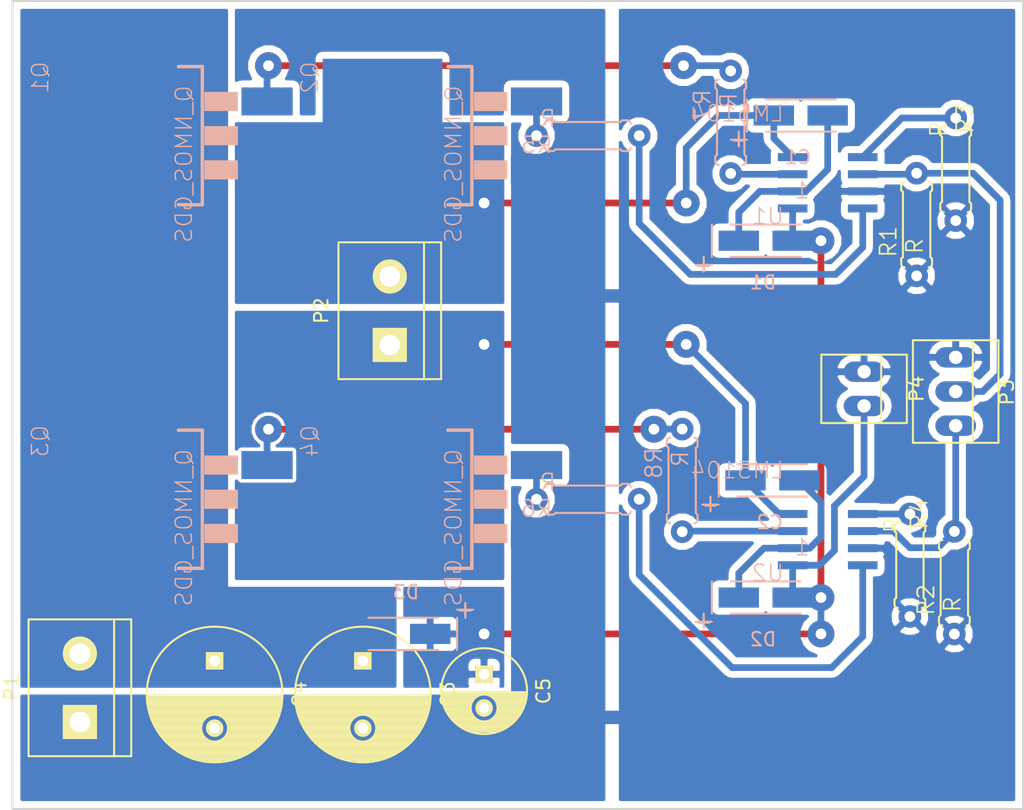
<source format=kicad_pcb>
(kicad_pcb (version 4) (host pcbnew 4.0.1-stable)

  (general
    (links 50)
    (no_connects 0)
    (area -0.075001 -0.075001 75.075001 60.075001)
    (thickness 1.6)
    (drawings 4)
    (tracks 171)
    (zones 0)
    (modules 26)
    (nets 20)
  )

  (page A4)
  (layers
    (0 F.Cu signal)
    (31 B.Cu signal)
    (32 B.Adhes user)
    (33 F.Adhes user)
    (34 B.Paste user)
    (35 F.Paste user)
    (36 B.SilkS user)
    (37 F.SilkS user)
    (38 B.Mask user)
    (39 F.Mask user)
    (40 Dwgs.User user)
    (41 Cmts.User user)
    (42 Eco1.User user)
    (43 Eco2.User user)
    (44 Edge.Cuts user)
    (45 Margin user)
    (46 B.CrtYd user)
    (47 F.CrtYd user)
    (48 B.Fab user)
    (49 F.Fab user)
  )

  (setup
    (last_trace_width 0.5)
    (user_trace_width 0.5)
    (user_trace_width 1)
    (trace_clearance 0.2)
    (zone_clearance 0.508)
    (zone_45_only no)
    (trace_min 0.2)
    (segment_width 0.2)
    (edge_width 0.15)
    (via_size 0.6)
    (via_drill 0.4)
    (via_min_size 0.4)
    (via_min_drill 0.3)
    (user_via 2 0.8)
    (uvia_size 0.3)
    (uvia_drill 0.1)
    (uvias_allowed no)
    (uvia_min_size 0.2)
    (uvia_min_drill 0.1)
    (pcb_text_width 0.3)
    (pcb_text_size 1.5 1.5)
    (mod_edge_width 0.15)
    (mod_text_size 1 1)
    (mod_text_width 0.15)
    (pad_size 1.50622 3.01498)
    (pad_drill 1)
    (pad_to_mask_clearance 0.2)
    (aux_axis_origin 0 0)
    (visible_elements 7FFFFFFF)
    (pcbplotparams
      (layerselection 0x01000_80000000)
      (usegerberextensions false)
      (excludeedgelayer true)
      (linewidth 0.100000)
      (plotframeref false)
      (viasonmask false)
      (mode 1)
      (useauxorigin false)
      (hpglpennumber 1)
      (hpglpenspeed 20)
      (hpglpendiameter 15)
      (hpglpenoverlay 2)
      (psnegative false)
      (psa4output false)
      (plotreference true)
      (plotvalue true)
      (plotinvisibletext false)
      (padsonsilk false)
      (subtractmaskfromsilk false)
      (outputformat 1)
      (mirror false)
      (drillshape 0)
      (scaleselection 1)
      (outputdirectory ""))
  )

  (net 0 "")
  (net 1 "Net-(C1-Pad2)")
  (net 2 OUT1)
  (net 3 "Net-(C2-Pad2)")
  (net 4 OUT0)
  (net 5 +BATT)
  (net 6 GND)
  (net 7 +15V)
  (net 8 IN1)
  (net 9 IN0)
  (net 10 "Net-(Q1-Pad1)")
  (net 11 "Net-(Q2-Pad1)")
  (net 12 "Net-(Q3-Pad1)")
  (net 13 "Net-(Q4-Pad1)")
  (net 14 "Net-(R3-Pad1)")
  (net 15 "Net-(R4-Pad1)")
  (net 16 "Net-(R5-Pad2)")
  (net 17 "Net-(R6-Pad2)")
  (net 18 "Net-(R7-Pad2)")
  (net 19 "Net-(R8-Pad2)")

  (net_class Default "これは標準のネット クラスです。"
    (clearance 0.2)
    (trace_width 0.25)
    (via_dia 0.6)
    (via_drill 0.4)
    (uvia_dia 0.3)
    (uvia_drill 0.1)
    (add_net +15V)
    (add_net +BATT)
    (add_net GND)
    (add_net IN0)
    (add_net IN1)
    (add_net "Net-(C1-Pad2)")
    (add_net "Net-(C2-Pad2)")
    (add_net "Net-(Q1-Pad1)")
    (add_net "Net-(Q2-Pad1)")
    (add_net "Net-(Q3-Pad1)")
    (add_net "Net-(Q4-Pad1)")
    (add_net "Net-(R3-Pad1)")
    (add_net "Net-(R4-Pad1)")
    (add_net "Net-(R5-Pad2)")
    (add_net "Net-(R6-Pad2)")
    (add_net "Net-(R7-Pad2)")
    (add_net "Net-(R8-Pad2)")
    (add_net OUT0)
    (add_net OUT1)
  )

  (module rp_r:0207%2f7 (layer F.Cu) (tedit 0) (tstamp 569CF72E)
    (at 67.1 16.6 90)
    (descr "<b>RESISTOR</b><p>\ntype 0207, grid 7.5 mm")
    (path /56915A40)
    (fp_text reference R1 (at -2.54 -1.397 90) (layer F.SilkS)
      (effects (font (size 1.2065 1.2065) (thickness 0.127)) (justify left bottom))
    )
    (fp_text value R (at -2.286 0.5588 90) (layer F.SilkS)
      (effects (font (size 1.2065 1.2065) (thickness 0.127)) (justify left bottom))
    )
    (fp_line (start -3.81 0) (end -3.429 0) (layer Dwgs.User) (width 0.6096))
    (fp_arc (start -2.921 -0.889) (end -3.175 -0.889) (angle 90) (layer F.SilkS) (width 0.1524))
    (fp_arc (start -2.921 0.889) (end -3.175 0.889) (angle -90) (layer F.SilkS) (width 0.1524))
    (fp_arc (start 2.921 0.889) (end 2.921 1.143) (angle -90) (layer F.SilkS) (width 0.1524))
    (fp_arc (start 2.921 -0.889) (end 2.921 -1.143) (angle 90) (layer F.SilkS) (width 0.1524))
    (fp_line (start -3.175 0.889) (end -3.175 -0.889) (layer Dwgs.User) (width 0.1524))
    (fp_line (start -2.921 -1.143) (end -2.54 -1.143) (layer F.SilkS) (width 0.1524))
    (fp_line (start -2.413 -1.016) (end -2.54 -1.143) (layer F.SilkS) (width 0.1524))
    (fp_line (start -2.921 1.143) (end -2.54 1.143) (layer F.SilkS) (width 0.1524))
    (fp_line (start -2.413 1.016) (end -2.54 1.143) (layer F.SilkS) (width 0.1524))
    (fp_line (start 2.413 -1.016) (end 2.54 -1.143) (layer F.SilkS) (width 0.1524))
    (fp_line (start 2.413 -1.016) (end -2.413 -1.016) (layer F.SilkS) (width 0.1524))
    (fp_line (start 2.413 1.016) (end 2.54 1.143) (layer F.SilkS) (width 0.1524))
    (fp_line (start 2.413 1.016) (end -2.413 1.016) (layer F.SilkS) (width 0.1524))
    (fp_line (start 2.921 -1.143) (end 2.54 -1.143) (layer F.SilkS) (width 0.1524))
    (fp_line (start 2.921 1.143) (end 2.54 1.143) (layer F.SilkS) (width 0.1524))
    (fp_line (start 3.175 0.889) (end 3.175 -0.889) (layer Dwgs.User) (width 0.1524))
    (fp_line (start 3.429 0) (end 3.81 0) (layer Dwgs.User) (width 0.6096))
    (fp_poly (pts (xy -3.429 0.3048) (xy -3.175 0.3048) (xy -3.175 -0.3048) (xy -3.429 -0.3048)) (layer Dwgs.User) (width 0))
    (fp_poly (pts (xy 3.175 0.3048) (xy 3.429 0.3048) (xy 3.429 -0.3048) (xy 3.175 -0.3048)) (layer Dwgs.User) (width 0))
    (pad 1 thru_hole circle (at -3.81 0 90) (size 1.6764 1.6764) (drill 0.8) (layers *.Cu *.Mask)
      (net 6 GND))
    (pad 2 thru_hole circle (at 3.81 0 90) (size 1.6764 1.6764) (drill 0.8) (layers *.Cu *.Mask)
      (net 8 IN1))
  )

  (module transistor-power:D2PACK placed (layer B.Cu) (tedit 0) (tstamp 569CE476)
    (at 30 10 270)
    (descr "<b>D2PACK</b><p>\nINTERNATIONAL RECTIFIER, irg4bc15ud-s.pdf")
    (path /56910FFD)
    (fp_text reference Q2 (at -5.588 7.239 270) (layer B.SilkS)
      (effects (font (size 1.2065 1.2065) (thickness 0.1016)) (justify left bottom mirror))
    )
    (fp_text value Q_NMOS_GDS (at -3.81 -3.429 270) (layer B.SilkS)
      (effects (font (size 1.2065 1.2065) (thickness 0.1016)) (justify left bottom mirror))
    )
    (fp_line (start -5.1308 -4.0894) (end 5.1308 -4.0894) (layer B.SilkS) (width 0.254))
    (fp_line (start 5.1308 -4.0894) (end 5.1308 4.445) (layer Dwgs.User) (width 0.254))
    (fp_line (start 5.1308 4.445) (end 3.1242 5.8166) (layer Dwgs.User) (width 0.254))
    (fp_line (start 3.1242 5.8166) (end -3.3782 5.8166) (layer Dwgs.User) (width 0.254))
    (fp_line (start -3.3782 5.8166) (end -5.1308 4.699) (layer Dwgs.User) (width 0.254))
    (fp_line (start -5.1308 4.699) (end -5.1308 4.445) (layer Dwgs.User) (width 0.254))
    (fp_line (start -5.1308 4.445) (end -5.1308 -4.0894) (layer Dwgs.User) (width 0.254))
    (fp_line (start -5.1308 4.445) (end 5.1308 4.445) (layer Dwgs.User) (width 0.254))
    (fp_line (start -5.1308 -4.0894) (end -5.1308 -2.3114) (layer B.SilkS) (width 0.254))
    (fp_line (start 5.1308 -4.0894) (end 5.1308 -2.3114) (layer B.SilkS) (width 0.254))
    (fp_poly (pts (xy -3.0988 -9.525) (xy -1.9812 -9.525) (xy -1.9812 -8.1026) (xy -3.0988 -8.1026)) (layer Dwgs.User) (width 0))
    (fp_poly (pts (xy -3.2512 -8.1534) (xy -1.8288 -8.1534) (xy -1.8288 -6.731) (xy -3.2512 -6.731)) (layer Dwgs.User) (width 0))
    (fp_poly (pts (xy -3.2512 -6.731) (xy -1.8288 -6.731) (xy -1.8288 -4.2418) (xy -3.2512 -4.2418)) (layer B.SilkS) (width 0))
    (fp_poly (pts (xy 1.9812 -9.525) (xy 3.0988 -9.525) (xy 3.0988 -8.1026) (xy 1.9812 -8.1026)) (layer Dwgs.User) (width 0))
    (fp_poly (pts (xy 1.8288 -8.1534) (xy 3.2512 -8.1534) (xy 3.2512 -6.731) (xy 1.8288 -6.731)) (layer Dwgs.User) (width 0))
    (fp_poly (pts (xy 1.8288 -6.731) (xy 3.2512 -6.731) (xy 3.2512 -4.2418) (xy 1.8288 -4.2418)) (layer B.SilkS) (width 0))
    (fp_poly (pts (xy -0.7112 -6.731) (xy 0.7112 -6.731) (xy 0.7112 -4.2418) (xy -0.7112 -4.2418)) (layer B.SilkS) (width 0))
    (pad 1 smd rect (at -2.54 -8.89 270) (size 2.0828 3.81) (layers B.Cu B.Paste B.Mask)
      (net 11 "Net-(Q2-Pad1)"))
    (pad 3 smd rect (at 2.54 -8.89 270) (size 2.0828 3.81) (layers B.Cu B.Paste B.Mask)
      (net 6 GND))
    (pad 2 smd rect (at 0 2.54 270) (size 11.43 8.89) (layers B.Cu B.Paste B.Mask)
      (net 2 OUT1))
    (model TO_SOT_Packages_SMD.3dshapes/TO-263-3Lead.wrl
      (at (xyz 0 -0.3 0))
      (scale (xyz 1 1 1))
      (rotate (xyz 0 0 0))
    )
  )

  (module Capacitors_Tantalum_SMD:TantalC_SizeA_EIA-3216_HandSoldering placed (layer B.Cu) (tedit 0) (tstamp 569CE368)
    (at 58.5 8.5)
    (descr "Tantal Cap. , Size A, EIA-3216, Hand Soldering,")
    (tags "Tantal Cap. , Size A, EIA-3216, Hand Soldering,")
    (path /56911003)
    (attr smd)
    (fp_text reference C1 (at -0.20066 3.0988) (layer B.SilkS)
      (effects (font (size 1 1) (thickness 0.15)) (justify mirror))
    )
    (fp_text value C (at -0.09906 -3.0988) (layer B.Fab)
      (effects (font (size 1 1) (thickness 0.15)) (justify mirror))
    )
    (fp_text user + (at -4.59994 1.80086) (layer B.SilkS)
      (effects (font (size 1 1) (thickness 0.15)) (justify mirror))
    )
    (fp_line (start -2.60096 -1.19888) (end 2.60096 -1.19888) (layer B.SilkS) (width 0.15))
    (fp_line (start 2.60096 1.19888) (end -2.60096 1.19888) (layer B.SilkS) (width 0.15))
    (fp_line (start -4.59994 2.2987) (end -4.59994 1.19888) (layer B.SilkS) (width 0.15))
    (fp_line (start -5.19938 1.79832) (end -4.0005 1.79832) (layer B.SilkS) (width 0.15))
    (fp_line (start -3.99542 1.19888) (end -3.99542 -1.19888) (layer B.SilkS) (width 0.15))
    (pad 2 smd rect (at 1.99898 0) (size 2.99974 1.50114) (layers B.Cu B.Paste B.Mask)
      (net 1 "Net-(C1-Pad2)"))
    (pad 1 smd rect (at -1.99898 0) (size 2.99974 1.50114) (layers B.Cu B.Paste B.Mask)
      (net 2 OUT1))
    (model Capacitors_Tantalum_SMD.3dshapes/TantalC_SizeA_EIA-3216_HandSoldering.wrl
      (at (xyz 0 0 0))
      (scale (xyz 1 1 1))
      (rotate (xyz 0 0 180))
    )
  )

  (module Capacitors_Tantalum_SMD:TantalC_SizeA_EIA-3216_HandSoldering placed (layer B.Cu) (tedit 0) (tstamp 569CE374)
    (at 56.4 35.6)
    (descr "Tantal Cap. , Size A, EIA-3216, Hand Soldering,")
    (tags "Tantal Cap. , Size A, EIA-3216, Hand Soldering,")
    (path /5690EAE5)
    (attr smd)
    (fp_text reference C2 (at -0.20066 3.0988) (layer B.SilkS)
      (effects (font (size 1 1) (thickness 0.15)) (justify mirror))
    )
    (fp_text value C (at -0.09906 -3.0988) (layer B.Fab)
      (effects (font (size 1 1) (thickness 0.15)) (justify mirror))
    )
    (fp_text user + (at -4.59994 1.80086) (layer B.SilkS)
      (effects (font (size 1 1) (thickness 0.15)) (justify mirror))
    )
    (fp_line (start -2.60096 -1.19888) (end 2.60096 -1.19888) (layer B.SilkS) (width 0.15))
    (fp_line (start 2.60096 1.19888) (end -2.60096 1.19888) (layer B.SilkS) (width 0.15))
    (fp_line (start -4.59994 2.2987) (end -4.59994 1.19888) (layer B.SilkS) (width 0.15))
    (fp_line (start -5.19938 1.79832) (end -4.0005 1.79832) (layer B.SilkS) (width 0.15))
    (fp_line (start -3.99542 1.19888) (end -3.99542 -1.19888) (layer B.SilkS) (width 0.15))
    (pad 2 smd rect (at 1.99898 0) (size 2.99974 1.50114) (layers B.Cu B.Paste B.Mask)
      (net 3 "Net-(C2-Pad2)"))
    (pad 1 smd rect (at -1.99898 0) (size 2.99974 1.50114) (layers B.Cu B.Paste B.Mask)
      (net 4 OUT0))
    (model Capacitors_Tantalum_SMD.3dshapes/TantalC_SizeA_EIA-3216_HandSoldering.wrl
      (at (xyz 0 0 0))
      (scale (xyz 1 1 1))
      (rotate (xyz 0 0 180))
    )
  )

  (module Capacitors_ThroughHole:C_Radial_D10_L25_P5 placed (layer F.Cu) (tedit 0) (tstamp 569CE3AF)
    (at 26 49 270)
    (descr "Radial Electrolytic Capacitor Diameter 10mm x Length 25mm, Pitch 5mm")
    (tags "Electrolytic Capacitor")
    (path /569134FB)
    (fp_text reference C3 (at 2.5 -6.3 270) (layer F.SilkS)
      (effects (font (size 1 1) (thickness 0.15)))
    )
    (fp_text value C (at 2.5 6.3 270) (layer F.Fab)
      (effects (font (size 1 1) (thickness 0.15)))
    )
    (fp_line (start 2.575 -4.999) (end 2.575 4.999) (layer F.SilkS) (width 0.15))
    (fp_line (start 2.715 -4.995) (end 2.715 4.995) (layer F.SilkS) (width 0.15))
    (fp_line (start 2.855 -4.987) (end 2.855 4.987) (layer F.SilkS) (width 0.15))
    (fp_line (start 2.995 -4.975) (end 2.995 4.975) (layer F.SilkS) (width 0.15))
    (fp_line (start 3.135 -4.96) (end 3.135 4.96) (layer F.SilkS) (width 0.15))
    (fp_line (start 3.275 -4.94) (end 3.275 4.94) (layer F.SilkS) (width 0.15))
    (fp_line (start 3.415 -4.916) (end 3.415 4.916) (layer F.SilkS) (width 0.15))
    (fp_line (start 3.555 -4.887) (end 3.555 4.887) (layer F.SilkS) (width 0.15))
    (fp_line (start 3.695 -4.855) (end 3.695 4.855) (layer F.SilkS) (width 0.15))
    (fp_line (start 3.835 -4.818) (end 3.835 4.818) (layer F.SilkS) (width 0.15))
    (fp_line (start 3.975 -4.777) (end 3.975 4.777) (layer F.SilkS) (width 0.15))
    (fp_line (start 4.115 -4.732) (end 4.115 -0.466) (layer F.SilkS) (width 0.15))
    (fp_line (start 4.115 0.466) (end 4.115 4.732) (layer F.SilkS) (width 0.15))
    (fp_line (start 4.255 -4.682) (end 4.255 -0.667) (layer F.SilkS) (width 0.15))
    (fp_line (start 4.255 0.667) (end 4.255 4.682) (layer F.SilkS) (width 0.15))
    (fp_line (start 4.395 -4.627) (end 4.395 -0.796) (layer F.SilkS) (width 0.15))
    (fp_line (start 4.395 0.796) (end 4.395 4.627) (layer F.SilkS) (width 0.15))
    (fp_line (start 4.535 -4.567) (end 4.535 -0.885) (layer F.SilkS) (width 0.15))
    (fp_line (start 4.535 0.885) (end 4.535 4.567) (layer F.SilkS) (width 0.15))
    (fp_line (start 4.675 -4.502) (end 4.675 -0.946) (layer F.SilkS) (width 0.15))
    (fp_line (start 4.675 0.946) (end 4.675 4.502) (layer F.SilkS) (width 0.15))
    (fp_line (start 4.815 -4.432) (end 4.815 -0.983) (layer F.SilkS) (width 0.15))
    (fp_line (start 4.815 0.983) (end 4.815 4.432) (layer F.SilkS) (width 0.15))
    (fp_line (start 4.955 -4.356) (end 4.955 -0.999) (layer F.SilkS) (width 0.15))
    (fp_line (start 4.955 0.999) (end 4.955 4.356) (layer F.SilkS) (width 0.15))
    (fp_line (start 5.095 -4.274) (end 5.095 -0.995) (layer F.SilkS) (width 0.15))
    (fp_line (start 5.095 0.995) (end 5.095 4.274) (layer F.SilkS) (width 0.15))
    (fp_line (start 5.235 -4.186) (end 5.235 -0.972) (layer F.SilkS) (width 0.15))
    (fp_line (start 5.235 0.972) (end 5.235 4.186) (layer F.SilkS) (width 0.15))
    (fp_line (start 5.375 -4.091) (end 5.375 -0.927) (layer F.SilkS) (width 0.15))
    (fp_line (start 5.375 0.927) (end 5.375 4.091) (layer F.SilkS) (width 0.15))
    (fp_line (start 5.515 -3.989) (end 5.515 -0.857) (layer F.SilkS) (width 0.15))
    (fp_line (start 5.515 0.857) (end 5.515 3.989) (layer F.SilkS) (width 0.15))
    (fp_line (start 5.655 -3.879) (end 5.655 -0.756) (layer F.SilkS) (width 0.15))
    (fp_line (start 5.655 0.756) (end 5.655 3.879) (layer F.SilkS) (width 0.15))
    (fp_line (start 5.795 -3.761) (end 5.795 -0.607) (layer F.SilkS) (width 0.15))
    (fp_line (start 5.795 0.607) (end 5.795 3.761) (layer F.SilkS) (width 0.15))
    (fp_line (start 5.935 -3.633) (end 5.935 -0.355) (layer F.SilkS) (width 0.15))
    (fp_line (start 5.935 0.355) (end 5.935 3.633) (layer F.SilkS) (width 0.15))
    (fp_line (start 6.075 -3.496) (end 6.075 3.496) (layer F.SilkS) (width 0.15))
    (fp_line (start 6.215 -3.346) (end 6.215 3.346) (layer F.SilkS) (width 0.15))
    (fp_line (start 6.355 -3.184) (end 6.355 3.184) (layer F.SilkS) (width 0.15))
    (fp_line (start 6.495 -3.007) (end 6.495 3.007) (layer F.SilkS) (width 0.15))
    (fp_line (start 6.635 -2.811) (end 6.635 2.811) (layer F.SilkS) (width 0.15))
    (fp_line (start 6.775 -2.593) (end 6.775 2.593) (layer F.SilkS) (width 0.15))
    (fp_line (start 6.915 -2.347) (end 6.915 2.347) (layer F.SilkS) (width 0.15))
    (fp_line (start 7.055 -2.062) (end 7.055 2.062) (layer F.SilkS) (width 0.15))
    (fp_line (start 7.195 -1.72) (end 7.195 1.72) (layer F.SilkS) (width 0.15))
    (fp_line (start 7.335 -1.274) (end 7.335 1.274) (layer F.SilkS) (width 0.15))
    (fp_line (start 7.475 -0.499) (end 7.475 0.499) (layer F.SilkS) (width 0.15))
    (fp_circle (center 5 0) (end 5 -1) (layer F.SilkS) (width 0.15))
    (fp_circle (center 2.5 0) (end 2.5 -5.0375) (layer F.SilkS) (width 0.15))
    (fp_circle (center 2.5 0) (end 2.5 -5.3) (layer F.CrtYd) (width 0.05))
    (pad 1 thru_hole rect (at 0 0 270) (size 1.3 1.3) (drill 0.8) (layers *.Cu *.Mask F.SilkS)
      (net 5 +BATT))
    (pad 2 thru_hole circle (at 5 0 270) (size 1.3 1.3) (drill 0.8) (layers *.Cu *.Mask F.SilkS)
      (net 6 GND))
    (model Capacitors_ThroughHole.3dshapes/C_Radial_D10_L25_P5.wrl
      (at (xyz 0.0984252 0 0))
      (scale (xyz 1 1 1))
      (rotate (xyz 0 0 90))
    )
  )

  (module Capacitors_ThroughHole:C_Radial_D10_L25_P5 placed (layer F.Cu) (tedit 0) (tstamp 569CE3EA)
    (at 15 49 270)
    (descr "Radial Electrolytic Capacitor Diameter 10mm x Length 25mm, Pitch 5mm")
    (tags "Electrolytic Capacitor")
    (path /56913556)
    (fp_text reference C4 (at 2.5 -6.3 270) (layer F.SilkS)
      (effects (font (size 1 1) (thickness 0.15)))
    )
    (fp_text value C (at 2.5 6.3 270) (layer F.Fab)
      (effects (font (size 1 1) (thickness 0.15)))
    )
    (fp_line (start 2.575 -4.999) (end 2.575 4.999) (layer F.SilkS) (width 0.15))
    (fp_line (start 2.715 -4.995) (end 2.715 4.995) (layer F.SilkS) (width 0.15))
    (fp_line (start 2.855 -4.987) (end 2.855 4.987) (layer F.SilkS) (width 0.15))
    (fp_line (start 2.995 -4.975) (end 2.995 4.975) (layer F.SilkS) (width 0.15))
    (fp_line (start 3.135 -4.96) (end 3.135 4.96) (layer F.SilkS) (width 0.15))
    (fp_line (start 3.275 -4.94) (end 3.275 4.94) (layer F.SilkS) (width 0.15))
    (fp_line (start 3.415 -4.916) (end 3.415 4.916) (layer F.SilkS) (width 0.15))
    (fp_line (start 3.555 -4.887) (end 3.555 4.887) (layer F.SilkS) (width 0.15))
    (fp_line (start 3.695 -4.855) (end 3.695 4.855) (layer F.SilkS) (width 0.15))
    (fp_line (start 3.835 -4.818) (end 3.835 4.818) (layer F.SilkS) (width 0.15))
    (fp_line (start 3.975 -4.777) (end 3.975 4.777) (layer F.SilkS) (width 0.15))
    (fp_line (start 4.115 -4.732) (end 4.115 -0.466) (layer F.SilkS) (width 0.15))
    (fp_line (start 4.115 0.466) (end 4.115 4.732) (layer F.SilkS) (width 0.15))
    (fp_line (start 4.255 -4.682) (end 4.255 -0.667) (layer F.SilkS) (width 0.15))
    (fp_line (start 4.255 0.667) (end 4.255 4.682) (layer F.SilkS) (width 0.15))
    (fp_line (start 4.395 -4.627) (end 4.395 -0.796) (layer F.SilkS) (width 0.15))
    (fp_line (start 4.395 0.796) (end 4.395 4.627) (layer F.SilkS) (width 0.15))
    (fp_line (start 4.535 -4.567) (end 4.535 -0.885) (layer F.SilkS) (width 0.15))
    (fp_line (start 4.535 0.885) (end 4.535 4.567) (layer F.SilkS) (width 0.15))
    (fp_line (start 4.675 -4.502) (end 4.675 -0.946) (layer F.SilkS) (width 0.15))
    (fp_line (start 4.675 0.946) (end 4.675 4.502) (layer F.SilkS) (width 0.15))
    (fp_line (start 4.815 -4.432) (end 4.815 -0.983) (layer F.SilkS) (width 0.15))
    (fp_line (start 4.815 0.983) (end 4.815 4.432) (layer F.SilkS) (width 0.15))
    (fp_line (start 4.955 -4.356) (end 4.955 -0.999) (layer F.SilkS) (width 0.15))
    (fp_line (start 4.955 0.999) (end 4.955 4.356) (layer F.SilkS) (width 0.15))
    (fp_line (start 5.095 -4.274) (end 5.095 -0.995) (layer F.SilkS) (width 0.15))
    (fp_line (start 5.095 0.995) (end 5.095 4.274) (layer F.SilkS) (width 0.15))
    (fp_line (start 5.235 -4.186) (end 5.235 -0.972) (layer F.SilkS) (width 0.15))
    (fp_line (start 5.235 0.972) (end 5.235 4.186) (layer F.SilkS) (width 0.15))
    (fp_line (start 5.375 -4.091) (end 5.375 -0.927) (layer F.SilkS) (width 0.15))
    (fp_line (start 5.375 0.927) (end 5.375 4.091) (layer F.SilkS) (width 0.15))
    (fp_line (start 5.515 -3.989) (end 5.515 -0.857) (layer F.SilkS) (width 0.15))
    (fp_line (start 5.515 0.857) (end 5.515 3.989) (layer F.SilkS) (width 0.15))
    (fp_line (start 5.655 -3.879) (end 5.655 -0.756) (layer F.SilkS) (width 0.15))
    (fp_line (start 5.655 0.756) (end 5.655 3.879) (layer F.SilkS) (width 0.15))
    (fp_line (start 5.795 -3.761) (end 5.795 -0.607) (layer F.SilkS) (width 0.15))
    (fp_line (start 5.795 0.607) (end 5.795 3.761) (layer F.SilkS) (width 0.15))
    (fp_line (start 5.935 -3.633) (end 5.935 -0.355) (layer F.SilkS) (width 0.15))
    (fp_line (start 5.935 0.355) (end 5.935 3.633) (layer F.SilkS) (width 0.15))
    (fp_line (start 6.075 -3.496) (end 6.075 3.496) (layer F.SilkS) (width 0.15))
    (fp_line (start 6.215 -3.346) (end 6.215 3.346) (layer F.SilkS) (width 0.15))
    (fp_line (start 6.355 -3.184) (end 6.355 3.184) (layer F.SilkS) (width 0.15))
    (fp_line (start 6.495 -3.007) (end 6.495 3.007) (layer F.SilkS) (width 0.15))
    (fp_line (start 6.635 -2.811) (end 6.635 2.811) (layer F.SilkS) (width 0.15))
    (fp_line (start 6.775 -2.593) (end 6.775 2.593) (layer F.SilkS) (width 0.15))
    (fp_line (start 6.915 -2.347) (end 6.915 2.347) (layer F.SilkS) (width 0.15))
    (fp_line (start 7.055 -2.062) (end 7.055 2.062) (layer F.SilkS) (width 0.15))
    (fp_line (start 7.195 -1.72) (end 7.195 1.72) (layer F.SilkS) (width 0.15))
    (fp_line (start 7.335 -1.274) (end 7.335 1.274) (layer F.SilkS) (width 0.15))
    (fp_line (start 7.475 -0.499) (end 7.475 0.499) (layer F.SilkS) (width 0.15))
    (fp_circle (center 5 0) (end 5 -1) (layer F.SilkS) (width 0.15))
    (fp_circle (center 2.5 0) (end 2.5 -5.0375) (layer F.SilkS) (width 0.15))
    (fp_circle (center 2.5 0) (end 2.5 -5.3) (layer F.CrtYd) (width 0.05))
    (pad 1 thru_hole rect (at 0 0 270) (size 1.3 1.3) (drill 0.8) (layers *.Cu *.Mask F.SilkS)
      (net 5 +BATT))
    (pad 2 thru_hole circle (at 5 0 270) (size 1.3 1.3) (drill 0.8) (layers *.Cu *.Mask F.SilkS)
      (net 6 GND))
    (model Capacitors_ThroughHole.3dshapes/C_Radial_D10_L25_P5.wrl
      (at (xyz 0.0984252 0 0))
      (scale (xyz 1 1 1))
      (rotate (xyz 0 0 90))
    )
  )

  (module Capacitors_ThroughHole:C_Radial_D6.3_L11.2_P2.5 placed (layer F.Cu) (tedit 0) (tstamp 569CE417)
    (at 35 50 270)
    (descr "Radial Electrolytic Capacitor, Diameter 6.3mm x Length 11.2mm, Pitch 2.5mm")
    (tags "Electrolytic Capacitor")
    (path /56912DE0)
    (fp_text reference C5 (at 1.25 -4.4 270) (layer F.SilkS)
      (effects (font (size 1 1) (thickness 0.15)))
    )
    (fp_text value C (at 1.25 4.4 270) (layer F.Fab)
      (effects (font (size 1 1) (thickness 0.15)))
    )
    (fp_line (start 1.325 -3.149) (end 1.325 3.149) (layer F.SilkS) (width 0.15))
    (fp_line (start 1.465 -3.143) (end 1.465 3.143) (layer F.SilkS) (width 0.15))
    (fp_line (start 1.605 -3.13) (end 1.605 -0.446) (layer F.SilkS) (width 0.15))
    (fp_line (start 1.605 0.446) (end 1.605 3.13) (layer F.SilkS) (width 0.15))
    (fp_line (start 1.745 -3.111) (end 1.745 -0.656) (layer F.SilkS) (width 0.15))
    (fp_line (start 1.745 0.656) (end 1.745 3.111) (layer F.SilkS) (width 0.15))
    (fp_line (start 1.885 -3.085) (end 1.885 -0.789) (layer F.SilkS) (width 0.15))
    (fp_line (start 1.885 0.789) (end 1.885 3.085) (layer F.SilkS) (width 0.15))
    (fp_line (start 2.025 -3.053) (end 2.025 -0.88) (layer F.SilkS) (width 0.15))
    (fp_line (start 2.025 0.88) (end 2.025 3.053) (layer F.SilkS) (width 0.15))
    (fp_line (start 2.165 -3.014) (end 2.165 -0.942) (layer F.SilkS) (width 0.15))
    (fp_line (start 2.165 0.942) (end 2.165 3.014) (layer F.SilkS) (width 0.15))
    (fp_line (start 2.305 -2.968) (end 2.305 -0.981) (layer F.SilkS) (width 0.15))
    (fp_line (start 2.305 0.981) (end 2.305 2.968) (layer F.SilkS) (width 0.15))
    (fp_line (start 2.445 -2.915) (end 2.445 -0.998) (layer F.SilkS) (width 0.15))
    (fp_line (start 2.445 0.998) (end 2.445 2.915) (layer F.SilkS) (width 0.15))
    (fp_line (start 2.585 -2.853) (end 2.585 -0.996) (layer F.SilkS) (width 0.15))
    (fp_line (start 2.585 0.996) (end 2.585 2.853) (layer F.SilkS) (width 0.15))
    (fp_line (start 2.725 -2.783) (end 2.725 -0.974) (layer F.SilkS) (width 0.15))
    (fp_line (start 2.725 0.974) (end 2.725 2.783) (layer F.SilkS) (width 0.15))
    (fp_line (start 2.865 -2.704) (end 2.865 -0.931) (layer F.SilkS) (width 0.15))
    (fp_line (start 2.865 0.931) (end 2.865 2.704) (layer F.SilkS) (width 0.15))
    (fp_line (start 3.005 -2.616) (end 3.005 -0.863) (layer F.SilkS) (width 0.15))
    (fp_line (start 3.005 0.863) (end 3.005 2.616) (layer F.SilkS) (width 0.15))
    (fp_line (start 3.145 -2.516) (end 3.145 -0.764) (layer F.SilkS) (width 0.15))
    (fp_line (start 3.145 0.764) (end 3.145 2.516) (layer F.SilkS) (width 0.15))
    (fp_line (start 3.285 -2.404) (end 3.285 -0.619) (layer F.SilkS) (width 0.15))
    (fp_line (start 3.285 0.619) (end 3.285 2.404) (layer F.SilkS) (width 0.15))
    (fp_line (start 3.425 -2.279) (end 3.425 -0.38) (layer F.SilkS) (width 0.15))
    (fp_line (start 3.425 0.38) (end 3.425 2.279) (layer F.SilkS) (width 0.15))
    (fp_line (start 3.565 -2.136) (end 3.565 2.136) (layer F.SilkS) (width 0.15))
    (fp_line (start 3.705 -1.974) (end 3.705 1.974) (layer F.SilkS) (width 0.15))
    (fp_line (start 3.845 -1.786) (end 3.845 1.786) (layer F.SilkS) (width 0.15))
    (fp_line (start 3.985 -1.563) (end 3.985 1.563) (layer F.SilkS) (width 0.15))
    (fp_line (start 4.125 -1.287) (end 4.125 1.287) (layer F.SilkS) (width 0.15))
    (fp_line (start 4.265 -0.912) (end 4.265 0.912) (layer F.SilkS) (width 0.15))
    (fp_circle (center 2.5 0) (end 2.5 -1) (layer F.SilkS) (width 0.15))
    (fp_circle (center 1.25 0) (end 1.25 -3.1875) (layer F.SilkS) (width 0.15))
    (fp_circle (center 1.25 0) (end 1.25 -3.4) (layer F.CrtYd) (width 0.05))
    (pad 2 thru_hole circle (at 2.5 0 270) (size 1.3 1.3) (drill 0.8) (layers *.Cu *.Mask F.SilkS)
      (net 6 GND))
    (pad 1 thru_hole rect (at 0 0 270) (size 1.3 1.3) (drill 0.8) (layers *.Cu *.Mask F.SilkS)
      (net 7 +15V))
    (model Capacitors_ThroughHole.3dshapes/C_Radial_D6.3_L11.2_P2.5.wrl
      (at (xyz 0 0 0))
      (scale (xyz 1 1 1))
      (rotate (xyz 0 0 0))
    )
  )

  (module Capacitors_Tantalum_SMD:TantalC_SizeA_EIA-3216_HandSoldering placed (layer B.Cu) (tedit 0) (tstamp 569CE423)
    (at 55.9 17.8)
    (descr "Tantal Cap. , Size A, EIA-3216, Hand Soldering,")
    (tags "Tantal Cap. , Size A, EIA-3216, Hand Soldering,")
    (path /56911015)
    (attr smd)
    (fp_text reference D1 (at -0.20066 3.0988) (layer B.SilkS)
      (effects (font (size 1 1) (thickness 0.15)) (justify mirror))
    )
    (fp_text value D (at -0.09906 -3.0988) (layer B.Fab)
      (effects (font (size 1 1) (thickness 0.15)) (justify mirror))
    )
    (fp_text user + (at -4.59994 1.80086) (layer B.SilkS)
      (effects (font (size 1 1) (thickness 0.15)) (justify mirror))
    )
    (fp_line (start -2.60096 -1.19888) (end 2.60096 -1.19888) (layer B.SilkS) (width 0.15))
    (fp_line (start 2.60096 1.19888) (end -2.60096 1.19888) (layer B.SilkS) (width 0.15))
    (fp_line (start -4.59994 2.2987) (end -4.59994 1.19888) (layer B.SilkS) (width 0.15))
    (fp_line (start -5.19938 1.79832) (end -4.0005 1.79832) (layer B.SilkS) (width 0.15))
    (fp_line (start -3.99542 1.19888) (end -3.99542 -1.19888) (layer B.SilkS) (width 0.15))
    (pad 2 smd rect (at 1.99898 0) (size 2.99974 1.50114) (layers B.Cu B.Paste B.Mask)
      (net 7 +15V))
    (pad 1 smd rect (at -1.99898 0) (size 2.99974 1.50114) (layers B.Cu B.Paste B.Mask)
      (net 1 "Net-(C1-Pad2)"))
    (model Capacitors_Tantalum_SMD.3dshapes/TantalC_SizeA_EIA-3216_HandSoldering.wrl
      (at (xyz 0 0 0))
      (scale (xyz 1 1 1))
      (rotate (xyz 0 0 180))
    )
  )

  (module Capacitors_Tantalum_SMD:TantalC_SizeA_EIA-3216_HandSoldering placed (layer B.Cu) (tedit 0) (tstamp 569CE42F)
    (at 55.9 44.3)
    (descr "Tantal Cap. , Size A, EIA-3216, Hand Soldering,")
    (tags "Tantal Cap. , Size A, EIA-3216, Hand Soldering,")
    (path /5690F3C5)
    (attr smd)
    (fp_text reference D2 (at -0.20066 3.0988) (layer B.SilkS)
      (effects (font (size 1 1) (thickness 0.15)) (justify mirror))
    )
    (fp_text value D (at -0.09906 -3.0988) (layer B.Fab)
      (effects (font (size 1 1) (thickness 0.15)) (justify mirror))
    )
    (fp_text user + (at -4.59994 1.80086) (layer B.SilkS)
      (effects (font (size 1 1) (thickness 0.15)) (justify mirror))
    )
    (fp_line (start -2.60096 -1.19888) (end 2.60096 -1.19888) (layer B.SilkS) (width 0.15))
    (fp_line (start 2.60096 1.19888) (end -2.60096 1.19888) (layer B.SilkS) (width 0.15))
    (fp_line (start -4.59994 2.2987) (end -4.59994 1.19888) (layer B.SilkS) (width 0.15))
    (fp_line (start -5.19938 1.79832) (end -4.0005 1.79832) (layer B.SilkS) (width 0.15))
    (fp_line (start -3.99542 1.19888) (end -3.99542 -1.19888) (layer B.SilkS) (width 0.15))
    (pad 2 smd rect (at 1.99898 0) (size 2.99974 1.50114) (layers B.Cu B.Paste B.Mask)
      (net 7 +15V))
    (pad 1 smd rect (at -1.99898 0) (size 2.99974 1.50114) (layers B.Cu B.Paste B.Mask)
      (net 3 "Net-(C2-Pad2)"))
    (model Capacitors_Tantalum_SMD.3dshapes/TantalC_SizeA_EIA-3216_HandSoldering.wrl
      (at (xyz 0 0 0))
      (scale (xyz 1 1 1))
      (rotate (xyz 0 0 180))
    )
  )

  (module Capacitors_Tantalum_SMD:TantalC_SizeA_EIA-3216_HandSoldering placed (layer B.Cu) (tedit 0) (tstamp 569CE43B)
    (at 29 47 180)
    (descr "Tantal Cap. , Size A, EIA-3216, Hand Soldering,")
    (tags "Tantal Cap. , Size A, EIA-3216, Hand Soldering,")
    (path /56912D81)
    (attr smd)
    (fp_text reference D3 (at -0.20066 3.0988 180) (layer B.SilkS)
      (effects (font (size 1 1) (thickness 0.15)) (justify mirror))
    )
    (fp_text value D (at -0.09906 -3.0988 180) (layer B.Fab)
      (effects (font (size 1 1) (thickness 0.15)) (justify mirror))
    )
    (fp_text user + (at -4.59994 1.80086 180) (layer B.SilkS)
      (effects (font (size 1 1) (thickness 0.15)) (justify mirror))
    )
    (fp_line (start -2.60096 -1.19888) (end 2.60096 -1.19888) (layer B.SilkS) (width 0.15))
    (fp_line (start 2.60096 1.19888) (end -2.60096 1.19888) (layer B.SilkS) (width 0.15))
    (fp_line (start -4.59994 2.2987) (end -4.59994 1.19888) (layer B.SilkS) (width 0.15))
    (fp_line (start -5.19938 1.79832) (end -4.0005 1.79832) (layer B.SilkS) (width 0.15))
    (fp_line (start -3.99542 1.19888) (end -3.99542 -1.19888) (layer B.SilkS) (width 0.15))
    (pad 2 smd rect (at 1.99898 0 180) (size 2.99974 1.50114) (layers B.Cu B.Paste B.Mask)
      (net 5 +BATT))
    (pad 1 smd rect (at -1.99898 0 180) (size 2.99974 1.50114) (layers B.Cu B.Paste B.Mask)
      (net 7 +15V))
    (model Capacitors_Tantalum_SMD.3dshapes/TantalC_SizeA_EIA-3216_HandSoldering.wrl
      (at (xyz 0 0 0))
      (scale (xyz 1 1 1))
      (rotate (xyz 0 0 180))
    )
  )

  (module Connect:bornier2 placed (layer F.Cu) (tedit 0) (tstamp 569CE446)
    (at 5 51 90)
    (descr "Bornier d'alimentation 2 pins")
    (tags DEV)
    (path /56911BC4)
    (fp_text reference P1 (at 0 -5.08 90) (layer F.SilkS)
      (effects (font (size 1 1) (thickness 0.15)))
    )
    (fp_text value CONN_01X02 (at 0 5.08 90) (layer F.Fab)
      (effects (font (size 1 1) (thickness 0.15)))
    )
    (fp_line (start 5.08 2.54) (end -5.08 2.54) (layer F.SilkS) (width 0.15))
    (fp_line (start 5.08 3.81) (end 5.08 -3.81) (layer F.SilkS) (width 0.15))
    (fp_line (start 5.08 -3.81) (end -5.08 -3.81) (layer F.SilkS) (width 0.15))
    (fp_line (start -5.08 -3.81) (end -5.08 3.81) (layer F.SilkS) (width 0.15))
    (fp_line (start -5.08 3.81) (end 5.08 3.81) (layer F.SilkS) (width 0.15))
    (pad 1 thru_hole rect (at -2.54 0 90) (size 2.54 2.54) (drill 1.524) (layers *.Cu *.Mask F.SilkS)
      (net 6 GND))
    (pad 2 thru_hole circle (at 2.54 0 90) (size 2.54 2.54) (drill 1.524) (layers *.Cu *.Mask F.SilkS)
      (net 5 +BATT))
    (model Connect.3dshapes/bornier2.wrl
      (at (xyz 0 0 0))
      (scale (xyz 1 1 1))
      (rotate (xyz 0 0 0))
    )
  )

  (module Connect:bornier2 placed (layer F.Cu) (tedit 0) (tstamp 569CE451)
    (at 28 23 90)
    (descr "Bornier d'alimentation 2 pins")
    (tags DEV)
    (path /56911A7C)
    (fp_text reference P2 (at 0 -5.08 90) (layer F.SilkS)
      (effects (font (size 1 1) (thickness 0.15)))
    )
    (fp_text value CONN_01X02 (at 0 5.08 90) (layer F.Fab)
      (effects (font (size 1 1) (thickness 0.15)))
    )
    (fp_line (start 5.08 2.54) (end -5.08 2.54) (layer F.SilkS) (width 0.15))
    (fp_line (start 5.08 3.81) (end 5.08 -3.81) (layer F.SilkS) (width 0.15))
    (fp_line (start 5.08 -3.81) (end -5.08 -3.81) (layer F.SilkS) (width 0.15))
    (fp_line (start -5.08 -3.81) (end -5.08 3.81) (layer F.SilkS) (width 0.15))
    (fp_line (start -5.08 3.81) (end 5.08 3.81) (layer F.SilkS) (width 0.15))
    (pad 1 thru_hole rect (at -2.54 0 90) (size 2.54 2.54) (drill 1.524) (layers *.Cu *.Mask F.SilkS)
      (net 4 OUT0))
    (pad 2 thru_hole circle (at 2.54 0 90) (size 2.54 2.54) (drill 1.524) (layers *.Cu *.Mask F.SilkS)
      (net 2 OUT1))
    (model Connect.3dshapes/bornier2.wrl
      (at (xyz 0 0 0))
      (scale (xyz 1 1 1))
      (rotate (xyz 0 0 0))
    )
  )

  (module Connect:PINHEAD1-3 placed (layer F.Cu) (tedit 56AB2E8F) (tstamp 569CE45D)
    (at 70 29 270)
    (path /569144C4)
    (attr virtual)
    (fp_text reference P3 (at 0.05 -3.8 270) (layer F.SilkS)
      (effects (font (size 1 1) (thickness 0.15)))
    )
    (fp_text value CONN_01X03 (at 0 3.81 270) (layer F.Fab)
      (effects (font (size 1 1) (thickness 0.15)))
    )
    (fp_line (start -3.81 -3.175) (end -3.81 3.175) (layer F.SilkS) (width 0.15))
    (fp_line (start 3.81 -3.175) (end 3.81 3.175) (layer F.SilkS) (width 0.15))
    (fp_line (start 3.81 -1.27) (end -3.81 -1.27) (layer F.SilkS) (width 0.15))
    (fp_line (start -3.81 -3.175) (end 3.81 -3.175) (layer F.SilkS) (width 0.15))
    (fp_line (start 3.81 3.175) (end -3.81 3.175) (layer F.SilkS) (width 0.15))
    (pad 1 thru_hole oval (at -2.54 0 270) (size 1.50622 3.01498) (drill 1) (layers *.Cu *.Mask)
      (net 6 GND))
    (pad 2 thru_hole oval (at 0 0 270) (size 1.50622 3.01498) (drill 1) (layers *.Cu *.Mask)
      (net 8 IN1))
    (pad 3 thru_hole oval (at 2.54 0 270) (size 1.50622 3.01498) (drill 1) (layers *.Cu *.Mask)
      (net 9 IN0))
    (model conn_XA/XA_3T.wrl
      (at (xyz 0 0.02 0))
      (scale (xyz 4 4 4))
      (rotate (xyz -90 0 0))
    )
  )

  (module Connect:PINHEAD1-2 placed (layer F.Cu) (tedit 0) (tstamp 569CE468)
    (at 63.2 28.8 270)
    (path /56914721)
    (attr virtual)
    (fp_text reference P4 (at 0 -3.9 270) (layer F.SilkS)
      (effects (font (size 1 1) (thickness 0.15)))
    )
    (fp_text value CONN_01X02 (at 0 3.81 270) (layer F.Fab)
      (effects (font (size 1 1) (thickness 0.15)))
    )
    (fp_line (start 2.54 -1.27) (end -2.54 -1.27) (layer F.SilkS) (width 0.15))
    (fp_line (start 2.54 3.175) (end -2.54 3.175) (layer F.SilkS) (width 0.15))
    (fp_line (start -2.54 -3.175) (end 2.54 -3.175) (layer F.SilkS) (width 0.15))
    (fp_line (start -2.54 -3.175) (end -2.54 3.175) (layer F.SilkS) (width 0.15))
    (fp_line (start 2.54 -3.175) (end 2.54 3.175) (layer F.SilkS) (width 0.15))
    (pad 1 thru_hole oval (at -1.27 0 270) (size 1.50622 3.01498) (drill 0.99822) (layers *.Cu *.Mask)
      (net 6 GND))
    (pad 2 thru_hole oval (at 1.27 0 270) (size 1.50622 3.01498) (drill 0.99822) (layers *.Cu *.Mask)
      (net 7 +15V))
    (model conn_XH/XH_2T.wrl
      (at (xyz 0 0.02 0))
      (scale (xyz 4 4 4))
      (rotate (xyz -90 0 0))
    )
  )

  (module transistor-power:D2PACK placed (layer B.Cu) (tedit 0) (tstamp 569CE46F)
    (at 10 10 270)
    (descr "<b>D2PACK</b><p>\nINTERNATIONAL RECTIFIER, irg4bc15ud-s.pdf")
    (path /56910FF7)
    (fp_text reference Q1 (at -5.588 7.239 270) (layer B.SilkS)
      (effects (font (size 1.2065 1.2065) (thickness 0.1016)) (justify left bottom mirror))
    )
    (fp_text value Q_NMOS_GDS (at -3.81 -3.429 270) (layer B.SilkS)
      (effects (font (size 1.2065 1.2065) (thickness 0.1016)) (justify left bottom mirror))
    )
    (fp_line (start -5.1308 -4.0894) (end 5.1308 -4.0894) (layer B.SilkS) (width 0.254))
    (fp_line (start 5.1308 -4.0894) (end 5.1308 4.445) (layer Dwgs.User) (width 0.254))
    (fp_line (start 5.1308 4.445) (end 3.1242 5.8166) (layer Dwgs.User) (width 0.254))
    (fp_line (start 3.1242 5.8166) (end -3.3782 5.8166) (layer Dwgs.User) (width 0.254))
    (fp_line (start -3.3782 5.8166) (end -5.1308 4.699) (layer Dwgs.User) (width 0.254))
    (fp_line (start -5.1308 4.699) (end -5.1308 4.445) (layer Dwgs.User) (width 0.254))
    (fp_line (start -5.1308 4.445) (end -5.1308 -4.0894) (layer Dwgs.User) (width 0.254))
    (fp_line (start -5.1308 4.445) (end 5.1308 4.445) (layer Dwgs.User) (width 0.254))
    (fp_line (start -5.1308 -4.0894) (end -5.1308 -2.3114) (layer B.SilkS) (width 0.254))
    (fp_line (start 5.1308 -4.0894) (end 5.1308 -2.3114) (layer B.SilkS) (width 0.254))
    (fp_poly (pts (xy -3.0988 -9.525) (xy -1.9812 -9.525) (xy -1.9812 -8.1026) (xy -3.0988 -8.1026)) (layer Dwgs.User) (width 0))
    (fp_poly (pts (xy -3.2512 -8.1534) (xy -1.8288 -8.1534) (xy -1.8288 -6.731) (xy -3.2512 -6.731)) (layer Dwgs.User) (width 0))
    (fp_poly (pts (xy -3.2512 -6.731) (xy -1.8288 -6.731) (xy -1.8288 -4.2418) (xy -3.2512 -4.2418)) (layer B.SilkS) (width 0))
    (fp_poly (pts (xy 1.9812 -9.525) (xy 3.0988 -9.525) (xy 3.0988 -8.1026) (xy 1.9812 -8.1026)) (layer Dwgs.User) (width 0))
    (fp_poly (pts (xy 1.8288 -8.1534) (xy 3.2512 -8.1534) (xy 3.2512 -6.731) (xy 1.8288 -6.731)) (layer Dwgs.User) (width 0))
    (fp_poly (pts (xy 1.8288 -6.731) (xy 3.2512 -6.731) (xy 3.2512 -4.2418) (xy 1.8288 -4.2418)) (layer B.SilkS) (width 0))
    (fp_poly (pts (xy -0.7112 -6.731) (xy 0.7112 -6.731) (xy 0.7112 -4.2418) (xy -0.7112 -4.2418)) (layer B.SilkS) (width 0))
    (pad 1 smd rect (at -2.54 -8.89 270) (size 2.0828 3.81) (layers B.Cu B.Paste B.Mask)
      (net 10 "Net-(Q1-Pad1)"))
    (pad 3 smd rect (at 2.54 -8.89 270) (size 2.0828 3.81) (layers B.Cu B.Paste B.Mask)
      (net 2 OUT1))
    (pad 2 smd rect (at 0 2.54 270) (size 11.43 8.89) (layers B.Cu B.Paste B.Mask)
      (net 5 +BATT))
    (model TO_SOT_Packages_SMD.3dshapes/TO-263-3Lead.wrl
      (at (xyz 0 -0.3 0))
      (scale (xyz 1 1 1))
      (rotate (xyz 0 0 0))
    )
  )

  (module transistor-power:D2PACK placed (layer B.Cu) (tedit 0) (tstamp 569CE47D)
    (at 10 37 270)
    (descr "<b>D2PACK</b><p>\nINTERNATIONAL RECTIFIER, irg4bc15ud-s.pdf")
    (path /5690E9B1)
    (fp_text reference Q3 (at -5.588 7.239 270) (layer B.SilkS)
      (effects (font (size 1.2065 1.2065) (thickness 0.1016)) (justify left bottom mirror))
    )
    (fp_text value Q_NMOS_GDS (at -3.81 -3.429 270) (layer B.SilkS)
      (effects (font (size 1.2065 1.2065) (thickness 0.1016)) (justify left bottom mirror))
    )
    (fp_line (start -5.1308 -4.0894) (end 5.1308 -4.0894) (layer B.SilkS) (width 0.254))
    (fp_line (start 5.1308 -4.0894) (end 5.1308 4.445) (layer Dwgs.User) (width 0.254))
    (fp_line (start 5.1308 4.445) (end 3.1242 5.8166) (layer Dwgs.User) (width 0.254))
    (fp_line (start 3.1242 5.8166) (end -3.3782 5.8166) (layer Dwgs.User) (width 0.254))
    (fp_line (start -3.3782 5.8166) (end -5.1308 4.699) (layer Dwgs.User) (width 0.254))
    (fp_line (start -5.1308 4.699) (end -5.1308 4.445) (layer Dwgs.User) (width 0.254))
    (fp_line (start -5.1308 4.445) (end -5.1308 -4.0894) (layer Dwgs.User) (width 0.254))
    (fp_line (start -5.1308 4.445) (end 5.1308 4.445) (layer Dwgs.User) (width 0.254))
    (fp_line (start -5.1308 -4.0894) (end -5.1308 -2.3114) (layer B.SilkS) (width 0.254))
    (fp_line (start 5.1308 -4.0894) (end 5.1308 -2.3114) (layer B.SilkS) (width 0.254))
    (fp_poly (pts (xy -3.0988 -9.525) (xy -1.9812 -9.525) (xy -1.9812 -8.1026) (xy -3.0988 -8.1026)) (layer Dwgs.User) (width 0))
    (fp_poly (pts (xy -3.2512 -8.1534) (xy -1.8288 -8.1534) (xy -1.8288 -6.731) (xy -3.2512 -6.731)) (layer Dwgs.User) (width 0))
    (fp_poly (pts (xy -3.2512 -6.731) (xy -1.8288 -6.731) (xy -1.8288 -4.2418) (xy -3.2512 -4.2418)) (layer B.SilkS) (width 0))
    (fp_poly (pts (xy 1.9812 -9.525) (xy 3.0988 -9.525) (xy 3.0988 -8.1026) (xy 1.9812 -8.1026)) (layer Dwgs.User) (width 0))
    (fp_poly (pts (xy 1.8288 -8.1534) (xy 3.2512 -8.1534) (xy 3.2512 -6.731) (xy 1.8288 -6.731)) (layer Dwgs.User) (width 0))
    (fp_poly (pts (xy 1.8288 -6.731) (xy 3.2512 -6.731) (xy 3.2512 -4.2418) (xy 1.8288 -4.2418)) (layer B.SilkS) (width 0))
    (fp_poly (pts (xy -0.7112 -6.731) (xy 0.7112 -6.731) (xy 0.7112 -4.2418) (xy -0.7112 -4.2418)) (layer B.SilkS) (width 0))
    (pad 1 smd rect (at -2.54 -8.89 270) (size 2.0828 3.81) (layers B.Cu B.Paste B.Mask)
      (net 12 "Net-(Q3-Pad1)"))
    (pad 3 smd rect (at 2.54 -8.89 270) (size 2.0828 3.81) (layers B.Cu B.Paste B.Mask)
      (net 4 OUT0))
    (pad 2 smd rect (at 0 2.54 270) (size 11.43 8.89) (layers B.Cu B.Paste B.Mask)
      (net 5 +BATT))
    (model TO_SOT_Packages_SMD.3dshapes/TO-263-3Lead.wrl
      (at (xyz 0 -0.3 0))
      (scale (xyz 1 1 1))
      (rotate (xyz 0 0 0))
    )
  )

  (module transistor-power:D2PACK placed (layer B.Cu) (tedit 0) (tstamp 569CE484)
    (at 30 37 270)
    (descr "<b>D2PACK</b><p>\nINTERNATIONAL RECTIFIER, irg4bc15ud-s.pdf")
    (path /5690EA88)
    (fp_text reference Q4 (at -5.588 7.239 270) (layer B.SilkS)
      (effects (font (size 1.2065 1.2065) (thickness 0.1016)) (justify left bottom mirror))
    )
    (fp_text value Q_NMOS_GDS (at -3.81 -3.429 270) (layer B.SilkS)
      (effects (font (size 1.2065 1.2065) (thickness 0.1016)) (justify left bottom mirror))
    )
    (fp_line (start -5.1308 -4.0894) (end 5.1308 -4.0894) (layer B.SilkS) (width 0.254))
    (fp_line (start 5.1308 -4.0894) (end 5.1308 4.445) (layer Dwgs.User) (width 0.254))
    (fp_line (start 5.1308 4.445) (end 3.1242 5.8166) (layer Dwgs.User) (width 0.254))
    (fp_line (start 3.1242 5.8166) (end -3.3782 5.8166) (layer Dwgs.User) (width 0.254))
    (fp_line (start -3.3782 5.8166) (end -5.1308 4.699) (layer Dwgs.User) (width 0.254))
    (fp_line (start -5.1308 4.699) (end -5.1308 4.445) (layer Dwgs.User) (width 0.254))
    (fp_line (start -5.1308 4.445) (end -5.1308 -4.0894) (layer Dwgs.User) (width 0.254))
    (fp_line (start -5.1308 4.445) (end 5.1308 4.445) (layer Dwgs.User) (width 0.254))
    (fp_line (start -5.1308 -4.0894) (end -5.1308 -2.3114) (layer B.SilkS) (width 0.254))
    (fp_line (start 5.1308 -4.0894) (end 5.1308 -2.3114) (layer B.SilkS) (width 0.254))
    (fp_poly (pts (xy -3.0988 -9.525) (xy -1.9812 -9.525) (xy -1.9812 -8.1026) (xy -3.0988 -8.1026)) (layer Dwgs.User) (width 0))
    (fp_poly (pts (xy -3.2512 -8.1534) (xy -1.8288 -8.1534) (xy -1.8288 -6.731) (xy -3.2512 -6.731)) (layer Dwgs.User) (width 0))
    (fp_poly (pts (xy -3.2512 -6.731) (xy -1.8288 -6.731) (xy -1.8288 -4.2418) (xy -3.2512 -4.2418)) (layer B.SilkS) (width 0))
    (fp_poly (pts (xy 1.9812 -9.525) (xy 3.0988 -9.525) (xy 3.0988 -8.1026) (xy 1.9812 -8.1026)) (layer Dwgs.User) (width 0))
    (fp_poly (pts (xy 1.8288 -8.1534) (xy 3.2512 -8.1534) (xy 3.2512 -6.731) (xy 1.8288 -6.731)) (layer Dwgs.User) (width 0))
    (fp_poly (pts (xy 1.8288 -6.731) (xy 3.2512 -6.731) (xy 3.2512 -4.2418) (xy 1.8288 -4.2418)) (layer B.SilkS) (width 0))
    (fp_poly (pts (xy -0.7112 -6.731) (xy 0.7112 -6.731) (xy 0.7112 -4.2418) (xy -0.7112 -4.2418)) (layer B.SilkS) (width 0))
    (pad 1 smd rect (at -2.54 -8.89 270) (size 2.0828 3.81) (layers B.Cu B.Paste B.Mask)
      (net 13 "Net-(Q4-Pad1)"))
    (pad 3 smd rect (at 2.54 -8.89 270) (size 2.0828 3.81) (layers B.Cu B.Paste B.Mask)
      (net 6 GND))
    (pad 2 smd rect (at 0 2.54 270) (size 11.43 8.89) (layers B.Cu B.Paste B.Mask)
      (net 4 OUT0))
    (model TO_SOT_Packages_SMD.3dshapes/TO-263-3Lead.wrl
      (at (xyz 0 -0.3 0))
      (scale (xyz 1 1 1))
      (rotate (xyz 0 0 0))
    )
  )

  (module takeyama:SOP08 placed (layer B.Cu) (tedit 0) (tstamp 569CE4C0)
    (at 60.5 13.5 90)
    (descr "<b>SMALL OUTLINE PACKAGE</b>")
    (path /56910FF1)
    (fp_text reference U1 (at -3.175 -3.175 360) (layer B.SilkS)
      (effects (font (size 1.2065 1.2065) (thickness 0.1016)) (justify left bottom mirror))
    )
    (fp_text value LM5104 (at 4.445 -3.175 360) (layer B.SilkS)
      (effects (font (size 1.2065 1.2065) (thickness 0.1016)) (justify left bottom mirror))
    )
    (fp_line (start 3.07 2.26) (end 3.07 -2.26) (layer Dwgs.User) (width 0.2032))
    (fp_line (start 3.07 -2.26) (end -3.07 -2.26) (layer Dwgs.User) (width 0.2032))
    (fp_line (start -3.07 -2.26) (end -3.07 2.26) (layer Dwgs.User) (width 0.2032))
    (fp_line (start -3.07 2.26) (end 3.07 2.26) (layer Dwgs.User) (width 0.2032))
    (fp_text user 1 (at -1.27 -1.27 360) (layer B.SilkS)
      (effects (font (size 1.2065 1.2065) (thickness 0.1016)) (justify left bottom mirror))
    )
    (fp_poly (pts (xy -2.1549 -3.49) (xy -1.6551 -3.49) (xy -1.6551 -2.3599) (xy -2.1549 -2.3599)) (layer Dwgs.User) (width 0))
    (fp_poly (pts (xy -0.8849 -3.49) (xy -0.3851 -3.49) (xy -0.3851 -2.3599) (xy -0.8849 -2.3599)) (layer Dwgs.User) (width 0))
    (fp_poly (pts (xy 0.3851 -3.49) (xy 0.8849 -3.49) (xy 0.8849 -2.3599) (xy 0.3851 -2.3599)) (layer Dwgs.User) (width 0))
    (fp_poly (pts (xy 1.6551 -3.49) (xy 2.1549 -3.49) (xy 2.1549 -2.3599) (xy 1.6551 -2.3599)) (layer Dwgs.User) (width 0))
    (fp_poly (pts (xy 1.6551 2.3599) (xy 2.1549 2.3599) (xy 2.1549 3.49) (xy 1.6551 3.49)) (layer Dwgs.User) (width 0))
    (fp_poly (pts (xy 0.3851 2.3599) (xy 0.8849 2.3599) (xy 0.8849 3.49) (xy 0.3851 3.49)) (layer Dwgs.User) (width 0))
    (fp_poly (pts (xy -0.8849 2.3599) (xy -0.3851 2.3599) (xy -0.3851 3.49) (xy -0.8849 3.49)) (layer Dwgs.User) (width 0))
    (fp_poly (pts (xy -2.1549 2.3599) (xy -1.6551 2.3599) (xy -1.6551 3.49) (xy -2.1549 3.49)) (layer Dwgs.User) (width 0))
    (pad 1 smd rect (at -1.905 -2.6 90) (size 0.6 2.2) (layers B.Cu B.Paste B.Mask)
      (net 7 +15V))
    (pad 2 smd rect (at -0.635 -2.6 90) (size 0.6 2.2) (layers B.Cu B.Paste B.Mask)
      (net 1 "Net-(C1-Pad2)"))
    (pad 3 smd rect (at 0.635 -2.6 90) (size 0.6 2.2) (layers B.Cu B.Paste B.Mask)
      (net 18 "Net-(R7-Pad2)"))
    (pad 4 smd rect (at 1.905 -2.6 90) (size 0.6 2.2) (layers B.Cu B.Paste B.Mask)
      (net 2 OUT1))
    (pad 5 smd rect (at 1.905 2.6 90) (size 0.6 2.2) (layers B.Cu B.Paste B.Mask)
      (net 14 "Net-(R3-Pad1)"))
    (pad 6 smd rect (at 0.635 2.6 90) (size 0.6 2.2) (layers B.Cu B.Paste B.Mask)
      (net 8 IN1))
    (pad 7 smd rect (at -0.635 2.6 90) (size 0.6 2.2) (layers B.Cu B.Paste B.Mask)
      (net 6 GND))
    (pad 8 smd rect (at -1.905 2.6 90) (size 0.6 2.2) (layers B.Cu B.Paste B.Mask)
      (net 16 "Net-(R5-Pad2)"))
    (model Housings_SOIC.3dshapes/SOIC-8-1EP_3.9x4.9mm_Pitch1.27mm.wrl
      (at (xyz 0 0 0))
      (scale (xyz 1 1 1))
      (rotate (xyz 0 0 90))
    )
  )

  (module takeyama:SOP08 placed (layer B.Cu) (tedit 0) (tstamp 569CE4CC)
    (at 60.5 40 90)
    (descr "<b>SMALL OUTLINE PACKAGE</b>")
    (path /5690E938)
    (fp_text reference U2 (at -3.175 -3.175 360) (layer B.SilkS)
      (effects (font (size 1.2065 1.2065) (thickness 0.1016)) (justify left bottom mirror))
    )
    (fp_text value LM5104 (at 4.445 -3.175 360) (layer B.SilkS)
      (effects (font (size 1.2065 1.2065) (thickness 0.1016)) (justify left bottom mirror))
    )
    (fp_line (start 3.07 2.26) (end 3.07 -2.26) (layer Dwgs.User) (width 0.2032))
    (fp_line (start 3.07 -2.26) (end -3.07 -2.26) (layer Dwgs.User) (width 0.2032))
    (fp_line (start -3.07 -2.26) (end -3.07 2.26) (layer Dwgs.User) (width 0.2032))
    (fp_line (start -3.07 2.26) (end 3.07 2.26) (layer Dwgs.User) (width 0.2032))
    (fp_text user 1 (at -1.27 -1.27 360) (layer B.SilkS)
      (effects (font (size 1.2065 1.2065) (thickness 0.1016)) (justify left bottom mirror))
    )
    (fp_poly (pts (xy -2.1549 -3.49) (xy -1.6551 -3.49) (xy -1.6551 -2.3599) (xy -2.1549 -2.3599)) (layer Dwgs.User) (width 0))
    (fp_poly (pts (xy -0.8849 -3.49) (xy -0.3851 -3.49) (xy -0.3851 -2.3599) (xy -0.8849 -2.3599)) (layer Dwgs.User) (width 0))
    (fp_poly (pts (xy 0.3851 -3.49) (xy 0.8849 -3.49) (xy 0.8849 -2.3599) (xy 0.3851 -2.3599)) (layer Dwgs.User) (width 0))
    (fp_poly (pts (xy 1.6551 -3.49) (xy 2.1549 -3.49) (xy 2.1549 -2.3599) (xy 1.6551 -2.3599)) (layer Dwgs.User) (width 0))
    (fp_poly (pts (xy 1.6551 2.3599) (xy 2.1549 2.3599) (xy 2.1549 3.49) (xy 1.6551 3.49)) (layer Dwgs.User) (width 0))
    (fp_poly (pts (xy 0.3851 2.3599) (xy 0.8849 2.3599) (xy 0.8849 3.49) (xy 0.3851 3.49)) (layer Dwgs.User) (width 0))
    (fp_poly (pts (xy -0.8849 2.3599) (xy -0.3851 2.3599) (xy -0.3851 3.49) (xy -0.8849 3.49)) (layer Dwgs.User) (width 0))
    (fp_poly (pts (xy -2.1549 2.3599) (xy -1.6551 2.3599) (xy -1.6551 3.49) (xy -2.1549 3.49)) (layer Dwgs.User) (width 0))
    (pad 1 smd rect (at -1.905 -2.6 90) (size 0.6 2.2) (layers B.Cu B.Paste B.Mask)
      (net 7 +15V))
    (pad 2 smd rect (at -0.635 -2.6 90) (size 0.6 2.2) (layers B.Cu B.Paste B.Mask)
      (net 3 "Net-(C2-Pad2)"))
    (pad 3 smd rect (at 0.635 -2.6 90) (size 0.6 2.2) (layers B.Cu B.Paste B.Mask)
      (net 19 "Net-(R8-Pad2)"))
    (pad 4 smd rect (at 1.905 -2.6 90) (size 0.6 2.2) (layers B.Cu B.Paste B.Mask)
      (net 4 OUT0))
    (pad 5 smd rect (at 1.905 2.6 90) (size 0.6 2.2) (layers B.Cu B.Paste B.Mask)
      (net 15 "Net-(R4-Pad1)"))
    (pad 6 smd rect (at 0.635 2.6 90) (size 0.6 2.2) (layers B.Cu B.Paste B.Mask)
      (net 9 IN0))
    (pad 7 smd rect (at -0.635 2.6 90) (size 0.6 2.2) (layers B.Cu B.Paste B.Mask)
      (net 6 GND))
    (pad 8 smd rect (at -1.905 2.6 90) (size 0.6 2.2) (layers B.Cu B.Paste B.Mask)
      (net 17 "Net-(R6-Pad2)"))
    (model Housings_SOIC.3dshapes/SOIC-8_3.9x4.9mm_Pitch1.27mm.wrl
      (at (xyz 0 0 0))
      (scale (xyz 1 1 1))
      (rotate (xyz 0 0 90))
    )
  )

  (module rp_r:0207%2f7 (layer F.Cu) (tedit 0) (tstamp 569CF733)
    (at 69.9 43.2 90)
    (descr "<b>RESISTOR</b><p>\ntype 0207, grid 7.5 mm")
    (path /56915A99)
    (fp_text reference R2 (at -2.54 -1.397 90) (layer F.SilkS)
      (effects (font (size 1.2065 1.2065) (thickness 0.127)) (justify left bottom))
    )
    (fp_text value R (at -2.286 0.5588 90) (layer F.SilkS)
      (effects (font (size 1.2065 1.2065) (thickness 0.127)) (justify left bottom))
    )
    (fp_line (start -3.81 0) (end -3.429 0) (layer Dwgs.User) (width 0.6096))
    (fp_arc (start -2.921 -0.889) (end -3.175 -0.889) (angle 90) (layer F.SilkS) (width 0.1524))
    (fp_arc (start -2.921 0.889) (end -3.175 0.889) (angle -90) (layer F.SilkS) (width 0.1524))
    (fp_arc (start 2.921 0.889) (end 2.921 1.143) (angle -90) (layer F.SilkS) (width 0.1524))
    (fp_arc (start 2.921 -0.889) (end 2.921 -1.143) (angle 90) (layer F.SilkS) (width 0.1524))
    (fp_line (start -3.175 0.889) (end -3.175 -0.889) (layer Dwgs.User) (width 0.1524))
    (fp_line (start -2.921 -1.143) (end -2.54 -1.143) (layer F.SilkS) (width 0.1524))
    (fp_line (start -2.413 -1.016) (end -2.54 -1.143) (layer F.SilkS) (width 0.1524))
    (fp_line (start -2.921 1.143) (end -2.54 1.143) (layer F.SilkS) (width 0.1524))
    (fp_line (start -2.413 1.016) (end -2.54 1.143) (layer F.SilkS) (width 0.1524))
    (fp_line (start 2.413 -1.016) (end 2.54 -1.143) (layer F.SilkS) (width 0.1524))
    (fp_line (start 2.413 -1.016) (end -2.413 -1.016) (layer F.SilkS) (width 0.1524))
    (fp_line (start 2.413 1.016) (end 2.54 1.143) (layer F.SilkS) (width 0.1524))
    (fp_line (start 2.413 1.016) (end -2.413 1.016) (layer F.SilkS) (width 0.1524))
    (fp_line (start 2.921 -1.143) (end 2.54 -1.143) (layer F.SilkS) (width 0.1524))
    (fp_line (start 2.921 1.143) (end 2.54 1.143) (layer F.SilkS) (width 0.1524))
    (fp_line (start 3.175 0.889) (end 3.175 -0.889) (layer Dwgs.User) (width 0.1524))
    (fp_line (start 3.429 0) (end 3.81 0) (layer Dwgs.User) (width 0.6096))
    (fp_poly (pts (xy -3.429 0.3048) (xy -3.175 0.3048) (xy -3.175 -0.3048) (xy -3.429 -0.3048)) (layer Dwgs.User) (width 0))
    (fp_poly (pts (xy 3.175 0.3048) (xy 3.429 0.3048) (xy 3.429 -0.3048) (xy 3.175 -0.3048)) (layer Dwgs.User) (width 0))
    (pad 1 thru_hole circle (at -3.81 0 90) (size 1.6764 1.6764) (drill 0.8) (layers *.Cu *.Mask)
      (net 6 GND))
    (pad 2 thru_hole circle (at 3.81 0 90) (size 1.6764 1.6764) (drill 0.8) (layers *.Cu *.Mask)
      (net 9 IN0))
  )

  (module rp_r:0207%2f7 (layer F.Cu) (tedit 0) (tstamp 569CF738)
    (at 70 12.5 270)
    (descr "<b>RESISTOR</b><p>\ntype 0207, grid 7.5 mm")
    (path /5691103A)
    (fp_text reference R3 (at -2.54 -1.397 270) (layer F.SilkS)
      (effects (font (size 1.2065 1.2065) (thickness 0.127)) (justify left bottom))
    )
    (fp_text value R (at -2.286 0.5588 270) (layer F.SilkS)
      (effects (font (size 1.2065 1.2065) (thickness 0.127)) (justify left bottom))
    )
    (fp_line (start -3.81 0) (end -3.429 0) (layer Dwgs.User) (width 0.6096))
    (fp_arc (start -2.921 -0.889) (end -3.175 -0.889) (angle 90) (layer F.SilkS) (width 0.1524))
    (fp_arc (start -2.921 0.889) (end -3.175 0.889) (angle -90) (layer F.SilkS) (width 0.1524))
    (fp_arc (start 2.921 0.889) (end 2.921 1.143) (angle -90) (layer F.SilkS) (width 0.1524))
    (fp_arc (start 2.921 -0.889) (end 2.921 -1.143) (angle 90) (layer F.SilkS) (width 0.1524))
    (fp_line (start -3.175 0.889) (end -3.175 -0.889) (layer Dwgs.User) (width 0.1524))
    (fp_line (start -2.921 -1.143) (end -2.54 -1.143) (layer F.SilkS) (width 0.1524))
    (fp_line (start -2.413 -1.016) (end -2.54 -1.143) (layer F.SilkS) (width 0.1524))
    (fp_line (start -2.921 1.143) (end -2.54 1.143) (layer F.SilkS) (width 0.1524))
    (fp_line (start -2.413 1.016) (end -2.54 1.143) (layer F.SilkS) (width 0.1524))
    (fp_line (start 2.413 -1.016) (end 2.54 -1.143) (layer F.SilkS) (width 0.1524))
    (fp_line (start 2.413 -1.016) (end -2.413 -1.016) (layer F.SilkS) (width 0.1524))
    (fp_line (start 2.413 1.016) (end 2.54 1.143) (layer F.SilkS) (width 0.1524))
    (fp_line (start 2.413 1.016) (end -2.413 1.016) (layer F.SilkS) (width 0.1524))
    (fp_line (start 2.921 -1.143) (end 2.54 -1.143) (layer F.SilkS) (width 0.1524))
    (fp_line (start 2.921 1.143) (end 2.54 1.143) (layer F.SilkS) (width 0.1524))
    (fp_line (start 3.175 0.889) (end 3.175 -0.889) (layer Dwgs.User) (width 0.1524))
    (fp_line (start 3.429 0) (end 3.81 0) (layer Dwgs.User) (width 0.6096))
    (fp_poly (pts (xy -3.429 0.3048) (xy -3.175 0.3048) (xy -3.175 -0.3048) (xy -3.429 -0.3048)) (layer Dwgs.User) (width 0))
    (fp_poly (pts (xy 3.175 0.3048) (xy 3.429 0.3048) (xy 3.429 -0.3048) (xy 3.175 -0.3048)) (layer Dwgs.User) (width 0))
    (pad 1 thru_hole circle (at -3.81 0 270) (size 1.6764 1.6764) (drill 0.8) (layers *.Cu *.Mask)
      (net 14 "Net-(R3-Pad1)"))
    (pad 2 thru_hole circle (at 3.81 0 270) (size 1.6764 1.6764) (drill 0.8) (layers *.Cu *.Mask)
      (net 6 GND))
  )

  (module rp_r:0207%2f7 (layer F.Cu) (tedit 0) (tstamp 569CF73D)
    (at 66.6 41.9 270)
    (descr "<b>RESISTOR</b><p>\ntype 0207, grid 7.5 mm")
    (path /569105D8)
    (fp_text reference R4 (at -2.54 -1.397 270) (layer F.SilkS)
      (effects (font (size 1.2065 1.2065) (thickness 0.127)) (justify left bottom))
    )
    (fp_text value R (at -2.286 0.5588 270) (layer F.SilkS)
      (effects (font (size 1.2065 1.2065) (thickness 0.127)) (justify left bottom))
    )
    (fp_line (start -3.81 0) (end -3.429 0) (layer Dwgs.User) (width 0.6096))
    (fp_arc (start -2.921 -0.889) (end -3.175 -0.889) (angle 90) (layer F.SilkS) (width 0.1524))
    (fp_arc (start -2.921 0.889) (end -3.175 0.889) (angle -90) (layer F.SilkS) (width 0.1524))
    (fp_arc (start 2.921 0.889) (end 2.921 1.143) (angle -90) (layer F.SilkS) (width 0.1524))
    (fp_arc (start 2.921 -0.889) (end 2.921 -1.143) (angle 90) (layer F.SilkS) (width 0.1524))
    (fp_line (start -3.175 0.889) (end -3.175 -0.889) (layer Dwgs.User) (width 0.1524))
    (fp_line (start -2.921 -1.143) (end -2.54 -1.143) (layer F.SilkS) (width 0.1524))
    (fp_line (start -2.413 -1.016) (end -2.54 -1.143) (layer F.SilkS) (width 0.1524))
    (fp_line (start -2.921 1.143) (end -2.54 1.143) (layer F.SilkS) (width 0.1524))
    (fp_line (start -2.413 1.016) (end -2.54 1.143) (layer F.SilkS) (width 0.1524))
    (fp_line (start 2.413 -1.016) (end 2.54 -1.143) (layer F.SilkS) (width 0.1524))
    (fp_line (start 2.413 -1.016) (end -2.413 -1.016) (layer F.SilkS) (width 0.1524))
    (fp_line (start 2.413 1.016) (end 2.54 1.143) (layer F.SilkS) (width 0.1524))
    (fp_line (start 2.413 1.016) (end -2.413 1.016) (layer F.SilkS) (width 0.1524))
    (fp_line (start 2.921 -1.143) (end 2.54 -1.143) (layer F.SilkS) (width 0.1524))
    (fp_line (start 2.921 1.143) (end 2.54 1.143) (layer F.SilkS) (width 0.1524))
    (fp_line (start 3.175 0.889) (end 3.175 -0.889) (layer Dwgs.User) (width 0.1524))
    (fp_line (start 3.429 0) (end 3.81 0) (layer Dwgs.User) (width 0.6096))
    (fp_poly (pts (xy -3.429 0.3048) (xy -3.175 0.3048) (xy -3.175 -0.3048) (xy -3.429 -0.3048)) (layer Dwgs.User) (width 0))
    (fp_poly (pts (xy 3.175 0.3048) (xy 3.429 0.3048) (xy 3.429 -0.3048) (xy 3.175 -0.3048)) (layer Dwgs.User) (width 0))
    (pad 1 thru_hole circle (at -3.81 0 270) (size 1.6764 1.6764) (drill 0.8) (layers *.Cu *.Mask)
      (net 15 "Net-(R4-Pad1)"))
    (pad 2 thru_hole circle (at 3.81 0 270) (size 1.6764 1.6764) (drill 0.8) (layers *.Cu *.Mask)
      (net 6 GND))
  )

  (module rp_r:0207%2f7 (layer B.Cu) (tedit 0) (tstamp 569CF742)
    (at 42.7 10)
    (descr "<b>RESISTOR</b><p>\ntype 0207, grid 7.5 mm")
    (path /56911009)
    (fp_text reference R5 (at -2.54 1.397) (layer B.SilkS)
      (effects (font (size 1.2065 1.2065) (thickness 0.127)) (justify left bottom mirror))
    )
    (fp_text value R (at -2.286 -0.5588) (layer B.SilkS)
      (effects (font (size 1.2065 1.2065) (thickness 0.127)) (justify left bottom mirror))
    )
    (fp_line (start -3.81 0) (end -3.429 0) (layer Dwgs.User) (width 0.6096))
    (fp_arc (start -2.921 0.889) (end -3.175 0.889) (angle -90) (layer B.SilkS) (width 0.1524))
    (fp_arc (start -2.921 -0.889) (end -3.175 -0.889) (angle 90) (layer B.SilkS) (width 0.1524))
    (fp_arc (start 2.921 -0.889) (end 2.921 -1.143) (angle 90) (layer B.SilkS) (width 0.1524))
    (fp_arc (start 2.921 0.889) (end 2.921 1.143) (angle -90) (layer B.SilkS) (width 0.1524))
    (fp_line (start -3.175 -0.889) (end -3.175 0.889) (layer Dwgs.User) (width 0.1524))
    (fp_line (start -2.921 1.143) (end -2.54 1.143) (layer B.SilkS) (width 0.1524))
    (fp_line (start -2.413 1.016) (end -2.54 1.143) (layer B.SilkS) (width 0.1524))
    (fp_line (start -2.921 -1.143) (end -2.54 -1.143) (layer B.SilkS) (width 0.1524))
    (fp_line (start -2.413 -1.016) (end -2.54 -1.143) (layer B.SilkS) (width 0.1524))
    (fp_line (start 2.413 1.016) (end 2.54 1.143) (layer B.SilkS) (width 0.1524))
    (fp_line (start 2.413 1.016) (end -2.413 1.016) (layer B.SilkS) (width 0.1524))
    (fp_line (start 2.413 -1.016) (end 2.54 -1.143) (layer B.SilkS) (width 0.1524))
    (fp_line (start 2.413 -1.016) (end -2.413 -1.016) (layer B.SilkS) (width 0.1524))
    (fp_line (start 2.921 1.143) (end 2.54 1.143) (layer B.SilkS) (width 0.1524))
    (fp_line (start 2.921 -1.143) (end 2.54 -1.143) (layer B.SilkS) (width 0.1524))
    (fp_line (start 3.175 -0.889) (end 3.175 0.889) (layer Dwgs.User) (width 0.1524))
    (fp_line (start 3.429 0) (end 3.81 0) (layer Dwgs.User) (width 0.6096))
    (fp_poly (pts (xy -3.429 -0.3048) (xy -3.175 -0.3048) (xy -3.175 0.3048) (xy -3.429 0.3048)) (layer Dwgs.User) (width 0))
    (fp_poly (pts (xy 3.175 -0.3048) (xy 3.429 -0.3048) (xy 3.429 0.3048) (xy 3.175 0.3048)) (layer Dwgs.User) (width 0))
    (pad 1 thru_hole circle (at -3.81 0) (size 1.6764 1.6764) (drill 0.8) (layers *.Cu *.Mask)
      (net 11 "Net-(Q2-Pad1)"))
    (pad 2 thru_hole circle (at 3.81 0) (size 1.6764 1.6764) (drill 0.8) (layers *.Cu *.Mask)
      (net 16 "Net-(R5-Pad2)"))
  )

  (module rp_r:0207%2f7 (layer B.Cu) (tedit 0) (tstamp 569CF747)
    (at 42.7 37)
    (descr "<b>RESISTOR</b><p>\ntype 0207, grid 7.5 mm")
    (path /5690EB12)
    (fp_text reference R6 (at -2.54 1.397) (layer B.SilkS)
      (effects (font (size 1.2065 1.2065) (thickness 0.127)) (justify left bottom mirror))
    )
    (fp_text value R (at -2.286 -0.5588) (layer B.SilkS)
      (effects (font (size 1.2065 1.2065) (thickness 0.127)) (justify left bottom mirror))
    )
    (fp_line (start -3.81 0) (end -3.429 0) (layer Dwgs.User) (width 0.6096))
    (fp_arc (start -2.921 0.889) (end -3.175 0.889) (angle -90) (layer B.SilkS) (width 0.1524))
    (fp_arc (start -2.921 -0.889) (end -3.175 -0.889) (angle 90) (layer B.SilkS) (width 0.1524))
    (fp_arc (start 2.921 -0.889) (end 2.921 -1.143) (angle 90) (layer B.SilkS) (width 0.1524))
    (fp_arc (start 2.921 0.889) (end 2.921 1.143) (angle -90) (layer B.SilkS) (width 0.1524))
    (fp_line (start -3.175 -0.889) (end -3.175 0.889) (layer Dwgs.User) (width 0.1524))
    (fp_line (start -2.921 1.143) (end -2.54 1.143) (layer B.SilkS) (width 0.1524))
    (fp_line (start -2.413 1.016) (end -2.54 1.143) (layer B.SilkS) (width 0.1524))
    (fp_line (start -2.921 -1.143) (end -2.54 -1.143) (layer B.SilkS) (width 0.1524))
    (fp_line (start -2.413 -1.016) (end -2.54 -1.143) (layer B.SilkS) (width 0.1524))
    (fp_line (start 2.413 1.016) (end 2.54 1.143) (layer B.SilkS) (width 0.1524))
    (fp_line (start 2.413 1.016) (end -2.413 1.016) (layer B.SilkS) (width 0.1524))
    (fp_line (start 2.413 -1.016) (end 2.54 -1.143) (layer B.SilkS) (width 0.1524))
    (fp_line (start 2.413 -1.016) (end -2.413 -1.016) (layer B.SilkS) (width 0.1524))
    (fp_line (start 2.921 1.143) (end 2.54 1.143) (layer B.SilkS) (width 0.1524))
    (fp_line (start 2.921 -1.143) (end 2.54 -1.143) (layer B.SilkS) (width 0.1524))
    (fp_line (start 3.175 -0.889) (end 3.175 0.889) (layer Dwgs.User) (width 0.1524))
    (fp_line (start 3.429 0) (end 3.81 0) (layer Dwgs.User) (width 0.6096))
    (fp_poly (pts (xy -3.429 -0.3048) (xy -3.175 -0.3048) (xy -3.175 0.3048) (xy -3.429 0.3048)) (layer Dwgs.User) (width 0))
    (fp_poly (pts (xy 3.175 -0.3048) (xy 3.429 -0.3048) (xy 3.429 0.3048) (xy 3.175 0.3048)) (layer Dwgs.User) (width 0))
    (pad 1 thru_hole circle (at -3.81 0) (size 1.6764 1.6764) (drill 0.8) (layers *.Cu *.Mask)
      (net 13 "Net-(Q4-Pad1)"))
    (pad 2 thru_hole circle (at 3.81 0) (size 1.6764 1.6764) (drill 0.8) (layers *.Cu *.Mask)
      (net 17 "Net-(R6-Pad2)"))
  )

  (module rp_r:0207%2f7 (layer B.Cu) (tedit 0) (tstamp 569CF74C)
    (at 53.3 9 270)
    (descr "<b>RESISTOR</b><p>\ntype 0207, grid 7.5 mm")
    (path /5691100F)
    (fp_text reference R7 (at -2.54 1.397 270) (layer B.SilkS)
      (effects (font (size 1.2065 1.2065) (thickness 0.127)) (justify left bottom mirror))
    )
    (fp_text value R (at -2.286 -0.5588 270) (layer B.SilkS)
      (effects (font (size 1.2065 1.2065) (thickness 0.127)) (justify left bottom mirror))
    )
    (fp_line (start -3.81 0) (end -3.429 0) (layer Dwgs.User) (width 0.6096))
    (fp_arc (start -2.921 0.889) (end -3.175 0.889) (angle -90) (layer B.SilkS) (width 0.1524))
    (fp_arc (start -2.921 -0.889) (end -3.175 -0.889) (angle 90) (layer B.SilkS) (width 0.1524))
    (fp_arc (start 2.921 -0.889) (end 2.921 -1.143) (angle 90) (layer B.SilkS) (width 0.1524))
    (fp_arc (start 2.921 0.889) (end 2.921 1.143) (angle -90) (layer B.SilkS) (width 0.1524))
    (fp_line (start -3.175 -0.889) (end -3.175 0.889) (layer Dwgs.User) (width 0.1524))
    (fp_line (start -2.921 1.143) (end -2.54 1.143) (layer B.SilkS) (width 0.1524))
    (fp_line (start -2.413 1.016) (end -2.54 1.143) (layer B.SilkS) (width 0.1524))
    (fp_line (start -2.921 -1.143) (end -2.54 -1.143) (layer B.SilkS) (width 0.1524))
    (fp_line (start -2.413 -1.016) (end -2.54 -1.143) (layer B.SilkS) (width 0.1524))
    (fp_line (start 2.413 1.016) (end 2.54 1.143) (layer B.SilkS) (width 0.1524))
    (fp_line (start 2.413 1.016) (end -2.413 1.016) (layer B.SilkS) (width 0.1524))
    (fp_line (start 2.413 -1.016) (end 2.54 -1.143) (layer B.SilkS) (width 0.1524))
    (fp_line (start 2.413 -1.016) (end -2.413 -1.016) (layer B.SilkS) (width 0.1524))
    (fp_line (start 2.921 1.143) (end 2.54 1.143) (layer B.SilkS) (width 0.1524))
    (fp_line (start 2.921 -1.143) (end 2.54 -1.143) (layer B.SilkS) (width 0.1524))
    (fp_line (start 3.175 -0.889) (end 3.175 0.889) (layer Dwgs.User) (width 0.1524))
    (fp_line (start 3.429 0) (end 3.81 0) (layer Dwgs.User) (width 0.6096))
    (fp_poly (pts (xy -3.429 -0.3048) (xy -3.175 -0.3048) (xy -3.175 0.3048) (xy -3.429 0.3048)) (layer Dwgs.User) (width 0))
    (fp_poly (pts (xy 3.175 -0.3048) (xy 3.429 -0.3048) (xy 3.429 0.3048) (xy 3.175 0.3048)) (layer Dwgs.User) (width 0))
    (pad 1 thru_hole circle (at -3.81 0 270) (size 1.6764 1.6764) (drill 0.8) (layers *.Cu *.Mask)
      (net 10 "Net-(Q1-Pad1)"))
    (pad 2 thru_hole circle (at 3.81 0 270) (size 1.6764 1.6764) (drill 0.8) (layers *.Cu *.Mask)
      (net 18 "Net-(R7-Pad2)"))
    (model Resistors_ThroughHole.3dshapes/Resistor_Ceramic_Horizontal_L23mm-W9mm-H9mm-p30mm.wrl
      (at (xyz 0 0 0))
      (scale (xyz 1 1 1))
      (rotate (xyz 0 0 0))
    )
  )

  (module rp_r:0207%2f7 (layer B.Cu) (tedit 0) (tstamp 569CF751)
    (at 49.7 35.6 270)
    (descr "<b>RESISTOR</b><p>\ntype 0207, grid 7.5 mm")
    (path /5690EB73)
    (fp_text reference R8 (at -2.54 1.397 270) (layer B.SilkS)
      (effects (font (size 1.2065 1.2065) (thickness 0.127)) (justify left bottom mirror))
    )
    (fp_text value R (at -2.286 -0.5588 270) (layer B.SilkS)
      (effects (font (size 1.2065 1.2065) (thickness 0.127)) (justify left bottom mirror))
    )
    (fp_line (start -3.81 0) (end -3.429 0) (layer Dwgs.User) (width 0.6096))
    (fp_arc (start -2.921 0.889) (end -3.175 0.889) (angle -90) (layer B.SilkS) (width 0.1524))
    (fp_arc (start -2.921 -0.889) (end -3.175 -0.889) (angle 90) (layer B.SilkS) (width 0.1524))
    (fp_arc (start 2.921 -0.889) (end 2.921 -1.143) (angle 90) (layer B.SilkS) (width 0.1524))
    (fp_arc (start 2.921 0.889) (end 2.921 1.143) (angle -90) (layer B.SilkS) (width 0.1524))
    (fp_line (start -3.175 -0.889) (end -3.175 0.889) (layer Dwgs.User) (width 0.1524))
    (fp_line (start -2.921 1.143) (end -2.54 1.143) (layer B.SilkS) (width 0.1524))
    (fp_line (start -2.413 1.016) (end -2.54 1.143) (layer B.SilkS) (width 0.1524))
    (fp_line (start -2.921 -1.143) (end -2.54 -1.143) (layer B.SilkS) (width 0.1524))
    (fp_line (start -2.413 -1.016) (end -2.54 -1.143) (layer B.SilkS) (width 0.1524))
    (fp_line (start 2.413 1.016) (end 2.54 1.143) (layer B.SilkS) (width 0.1524))
    (fp_line (start 2.413 1.016) (end -2.413 1.016) (layer B.SilkS) (width 0.1524))
    (fp_line (start 2.413 -1.016) (end 2.54 -1.143) (layer B.SilkS) (width 0.1524))
    (fp_line (start 2.413 -1.016) (end -2.413 -1.016) (layer B.SilkS) (width 0.1524))
    (fp_line (start 2.921 1.143) (end 2.54 1.143) (layer B.SilkS) (width 0.1524))
    (fp_line (start 2.921 -1.143) (end 2.54 -1.143) (layer B.SilkS) (width 0.1524))
    (fp_line (start 3.175 -0.889) (end 3.175 0.889) (layer Dwgs.User) (width 0.1524))
    (fp_line (start 3.429 0) (end 3.81 0) (layer Dwgs.User) (width 0.6096))
    (fp_poly (pts (xy -3.429 -0.3048) (xy -3.175 -0.3048) (xy -3.175 0.3048) (xy -3.429 0.3048)) (layer Dwgs.User) (width 0))
    (fp_poly (pts (xy 3.175 -0.3048) (xy 3.429 -0.3048) (xy 3.429 0.3048) (xy 3.175 0.3048)) (layer Dwgs.User) (width 0))
    (pad 1 thru_hole circle (at -3.81 0 270) (size 1.6764 1.6764) (drill 0.8) (layers *.Cu *.Mask)
      (net 12 "Net-(Q3-Pad1)"))
    (pad 2 thru_hole circle (at 3.81 0 270) (size 1.6764 1.6764) (drill 0.8) (layers *.Cu *.Mask)
      (net 19 "Net-(R8-Pad2)"))
  )

  (gr_line (start 0 60) (end 0 0) (angle 90) (layer Edge.Cuts) (width 0.15))
  (gr_line (start 75 60) (end 0 60) (angle 90) (layer Edge.Cuts) (width 0.15))
  (gr_line (start 75 0) (end 75 60) (angle 90) (layer Edge.Cuts) (width 0.15))
  (gr_line (start 0 0) (end 75 0) (angle 90) (layer Edge.Cuts) (width 0.15))

  (segment (start 55.465 14.135) (end 57.9 14.135) (width 0.5) (layer B.Cu) (net 1) (tstamp 569CF6AC))
  (segment (start 60.49898 8.5) (end 60.49898 12.50102) (width 0.5) (layer B.Cu) (net 1))
  (segment (start 60.49898 12.50102) (end 58.865 14.135) (width 0.5) (layer B.Cu) (net 1) (tstamp 569CF164))
  (segment (start 58.865 14.135) (end 57.9 14.135) (width 0.5) (layer B.Cu) (net 1) (tstamp 569CF165))
  (segment (start 53.90102 17.8) (end 53.90102 15.69898) (width 0.5) (layer B.Cu) (net 1))
  (segment (start 53.90102 15.69898) (end 55.465 14.135) (width 0.5) (layer B.Cu) (net 1) (tstamp 569CF6AB))
  (segment (start 52.4 8.5) (end 56.50102 8.5) (width 0.5) (layer B.Cu) (net 2) (tstamp 569CF826))
  (segment (start 50 10.9) (end 52.4 8.5) (width 0.5) (layer B.Cu) (net 2) (tstamp 569CF825))
  (segment (start 50 15) (end 50 10.9) (width 0.5) (layer B.Cu) (net 2))
  (via (at 50 15) (size 2) (drill 0.8) (layers F.Cu B.Cu) (net 2))
  (segment (start 28 16.3) (end 33.7 16.3) (width 0.5) (layer B.Cu) (net 2))
  (segment (start 35 15) (end 46 15) (width 0.5) (layer F.Cu) (net 2) (tstamp 569CF78B))
  (via (at 35 15) (size 2) (drill 0.8) (layers F.Cu B.Cu) (net 2))
  (segment (start 33.7 16.3) (end 35 15) (width 0.5) (layer B.Cu) (net 2) (tstamp 569CF788))
  (segment (start 50 15) (end 46 15) (width 0.5) (layer F.Cu) (net 2))
  (segment (start 56.50102 8.5) (end 56.50102 10.19602) (width 0.5) (layer B.Cu) (net 2))
  (segment (start 56.50102 10.19602) (end 57.9 11.595) (width 0.5) (layer B.Cu) (net 2) (tstamp 569CF15F))
  (segment (start 18.89 12.54) (end 24.92 12.54) (width 0.5) (layer B.Cu) (net 2))
  (segment (start 24.92 12.54) (end 27.46 10) (width 0.5) (layer B.Cu) (net 2) (tstamp 569CF0AB))
  (segment (start 28 20.46) (end 28 16.3) (width 0.5) (layer B.Cu) (net 2))
  (segment (start 28 16.3) (end 28 10.54) (width 0.5) (layer B.Cu) (net 2) (tstamp 569CF786))
  (segment (start 28 10.54) (end 27.46 10) (width 0.5) (layer B.Cu) (net 2) (tstamp 569CF0A8))
  (segment (start 25.92 12.54) (end 27.46 11) (width 0.5) (layer B.Cu) (net 2) (tstamp 569CEFEB))
  (segment (start 28 11.54) (end 27.46 11) (width 0.5) (layer B.Cu) (net 2) (tstamp 569CED98))
  (segment (start 60 37.9) (end 60 37.2) (width 0.5) (layer B.Cu) (net 3))
  (segment (start 60 37.2) (end 58.4 35.6) (width 0.5) (layer B.Cu) (net 3) (tstamp 56B3073E))
  (segment (start 58.4 35.6) (end 58.39898 35.6) (width 0.5) (layer B.Cu) (net 3) (tstamp 56B3073F))
  (segment (start 60 37.9) (end 60 39.8) (width 0.5) (layer B.Cu) (net 3) (tstamp 569EF738))
  (segment (start 60 39.8) (end 59.165 40.635) (width 0.5) (layer B.Cu) (net 3) (tstamp 569EF739))
  (segment (start 59.165 40.635) (end 57.9 40.635) (width 0.5) (layer B.Cu) (net 3) (tstamp 569EF73A))
  (segment (start 53.90102 44.3) (end 53.90102 42.49898) (width 0.5) (layer B.Cu) (net 3))
  (segment (start 55.765 40.635) (end 57.9 40.635) (width 0.5) (layer B.Cu) (net 3) (tstamp 569CF91C))
  (segment (start 53.90102 42.49898) (end 55.765 40.635) (width 0.5) (layer B.Cu) (net 3) (tstamp 569CF91B))
  (segment (start 57.9 38.095) (end 56.89602 38.095) (width 0.5) (layer B.Cu) (net 4))
  (segment (start 56.89602 38.095) (end 54.40102 35.6) (width 0.5) (layer B.Cu) (net 4) (tstamp 569EF759))
  (segment (start 54.40102 35.6) (end 54.40102 29.90102) (width 0.5) (layer B.Cu) (net 4))
  (via (at 50 25.5) (size 2) (drill 0.8) (layers F.Cu B.Cu) (net 4))
  (segment (start 35 25.5) (end 50 25.5) (width 0.5) (layer F.Cu) (net 4) (tstamp 569EF645))
  (via (at 35 25.5) (size 2) (drill 0.8) (layers F.Cu B.Cu) (net 4))
  (segment (start 34.96 25.54) (end 35 25.5) (width 0.5) (layer B.Cu) (net 4) (tstamp 569EF639))
  (segment (start 34.96 25.54) (end 28 25.54) (width 0.5) (layer B.Cu) (net 4))
  (segment (start 54.40102 29.90102) (end 50 25.5) (width 0.5) (layer B.Cu) (net 4) (tstamp 569EF755))
  (segment (start 18.89 39.54) (end 24.92 39.54) (width 0.5) (layer B.Cu) (net 4))
  (segment (start 24.92 39.54) (end 27.46 37) (width 0.5) (layer B.Cu) (net 4) (tstamp 569CEFE7))
  (segment (start 28 25.54) (end 28 36.46) (width 0.5) (layer B.Cu) (net 4))
  (segment (start 28 36.46) (end 27.46 37) (width 0.5) (layer B.Cu) (net 4) (tstamp 569CED9C))
  (segment (start 5 48.46) (end 5 39.46) (width 0.5) (layer B.Cu) (net 5))
  (segment (start 5 39.46) (end 7.46 37) (width 0.5) (layer B.Cu) (net 5) (tstamp 569CEFE2))
  (segment (start 15 49) (end 5.54 49) (width 0.5) (layer B.Cu) (net 5))
  (segment (start 5.54 49) (end 5 48.46) (width 0.5) (layer B.Cu) (net 5) (tstamp 569CEFD6))
  (segment (start 26 49) (end 15 49) (width 0.5) (layer B.Cu) (net 5))
  (segment (start 26 49) (end 26 48.00102) (width 0.5) (layer B.Cu) (net 5))
  (segment (start 26 48.00102) (end 27.00102 47) (width 0.5) (layer B.Cu) (net 5) (tstamp 569CEFCF))
  (segment (start 7.46 10) (end 7.46 37) (width 0.5) (layer B.Cu) (net 5))
  (segment (start 63.2 27.53) (end 63.2 21.9) (width 0.5) (layer B.Cu) (net 6))
  (segment (start 63.2 21.9) (end 63.2 22.2) (width 0.5) (layer B.Cu) (net 6) (tstamp 56B30731))
  (segment (start 63.2 22.2) (end 63.2 21.9) (width 0.5) (layer B.Cu) (net 6) (tstamp 56B30733))
  (segment (start 70 26.46) (end 70 19) (width 0.5) (layer B.Cu) (net 6))
  (segment (start 71.3 17.6) (end 71.3 18.6) (width 0.5) (layer B.Cu) (net 6))
  (segment (start 71.3 18.6) (end 70.9 19) (width 0.5) (layer B.Cu) (net 6) (tstamp 56A2AE58))
  (segment (start 70 19) (end 70 19.2) (width 0.5) (layer B.Cu) (net 6) (tstamp 56A2AE50))
  (segment (start 70 19.2) (end 70 19) (width 0.5) (layer B.Cu) (net 6) (tstamp 56A2AE52))
  (segment (start 62.81 49.5) (end 67.41 49.5) (width 0.5) (layer B.Cu) (net 6))
  (segment (start 67.41 49.5) (end 69.9 47.01) (width 0.5) (layer B.Cu) (net 6) (tstamp 56A2AE0D))
  (segment (start 65.05 41.05) (end 65.05 44.16) (width 0.5) (layer B.Cu) (net 6))
  (segment (start 65.05 44.16) (end 66.6 45.71) (width 0.5) (layer B.Cu) (net 6) (tstamp 56A2AE07))
  (segment (start 69.9 47.01) (end 69.79 47.01) (width 0.5) (layer B.Cu) (net 6))
  (segment (start 66.6 45.71) (end 66.6 45.7) (width 0.5) (layer B.Cu) (net 6))
  (segment (start 68.5 17.4) (end 68.5 19) (width 0.5) (layer B.Cu) (net 6) (tstamp 56A2ADDE))
  (segment (start 65.235 14.135) (end 68.5 17.4) (width 0.5) (layer B.Cu) (net 6) (tstamp 56A2ADDC))
  (segment (start 63.1 14.135) (end 65.235 14.135) (width 0.5) (layer B.Cu) (net 6))
  (segment (start 68.5 19) (end 70 19) (width 0.5) (layer B.Cu) (net 6) (tstamp 56A2ADCD))
  (segment (start 70 19) (end 70.9 19) (width 0.5) (layer B.Cu) (net 6) (tstamp 56A2AE53))
  (segment (start 67.1 20.4) (end 68.5 19) (width 0.5) (layer B.Cu) (net 6) (tstamp 56A2ADCC))
  (segment (start 67.1 20.41) (end 67.1 20.4) (width 0.5) (layer B.Cu) (net 6))
  (segment (start 70.01 16.31) (end 71.3 17.6) (width 0.5) (layer B.Cu) (net 6) (tstamp 56A2ADC5))
  (segment (start 70 16.31) (end 70.01 16.31) (width 0.5) (layer B.Cu) (net 6))
  (segment (start 38.89 12.54) (end 38.89 18.59) (width 1) (layer B.Cu) (net 6))
  (segment (start 48.6 21.9) (end 63.2 21.9) (width 1) (layer B.Cu) (net 6) (tstamp 569EF7E0))
  (segment (start 63.2 21.9) (end 65.61 21.9) (width 1) (layer B.Cu) (net 6) (tstamp 56B30734))
  (segment (start 38.89 18.59) (end 42.2 21.9) (width 1) (layer B.Cu) (net 6) (tstamp 569EFA90))
  (segment (start 42.2 21.9) (end 48.6 21.9) (width 1) (layer B.Cu) (net 6) (tstamp 569EFA92))
  (segment (start 38.89 39.54) (end 38.89 50.39) (width 1) (layer B.Cu) (net 6))
  (segment (start 59.11 53.2) (end 62.81 49.5) (width 1) (layer B.Cu) (net 6) (tstamp 569EF760))
  (segment (start 38.89 50.39) (end 41.7 53.2) (width 1) (layer B.Cu) (net 6) (tstamp 569EFA89))
  (segment (start 41.7 53.2) (end 59.11 53.2) (width 1) (layer B.Cu) (net 6) (tstamp 569EFA8A))
  (segment (start 38.89 12.54) (end 39.24 12.54) (width 0.5) (layer B.Cu) (net 6))
  (segment (start 65.61 21.9) (end 67.1 20.41) (width 0.5) (layer B.Cu) (net 6) (tstamp 569EF7E5))
  (segment (start 63.1 40.635) (end 64.635 40.635) (width 0.5) (layer B.Cu) (net 6))
  (segment (start 64.635 40.635) (end 65.05 41.05) (width 0.5) (layer B.Cu) (net 6) (tstamp 569EF7CF))
  (segment (start 26 54) (end 34.5 54) (width 0.5) (layer B.Cu) (net 6))
  (segment (start 34.5 54) (end 35 53.5) (width 0.5) (layer B.Cu) (net 6) (tstamp 569CEFDF))
  (segment (start 15 54) (end 26 54) (width 0.5) (layer B.Cu) (net 6))
  (segment (start 15 54) (end 5.46 54) (width 0.5) (layer B.Cu) (net 6))
  (segment (start 5.46 54) (end 5 53.54) (width 0.5) (layer B.Cu) (net 6) (tstamp 569CEFDA))
  (segment (start 62.81 49.5) (end 66.6 45.71) (width 0.5) (layer B.Cu) (net 6) (tstamp 56A2AE02))
  (segment (start 63.2 30.07) (end 63.2 35.3) (width 0.5) (layer B.Cu) (net 7))
  (segment (start 59.895 41.905) (end 57.9 41.905) (width 0.5) (layer B.Cu) (net 7) (tstamp 56B3073B))
  (segment (start 61 40.8) (end 59.895 41.905) (width 0.5) (layer B.Cu) (net 7) (tstamp 56B3073A))
  (segment (start 61 37.5) (end 61 40.8) (width 0.5) (layer B.Cu) (net 7) (tstamp 56B30738))
  (segment (start 63.2 35.3) (end 61 37.5) (width 0.5) (layer B.Cu) (net 7) (tstamp 56B30736))
  (segment (start 35 50) (end 35 47) (width 0.5) (layer B.Cu) (net 7))
  (segment (start 57.89898 44.3) (end 57.89898 41.90602) (width 0.5) (layer B.Cu) (net 7))
  (segment (start 57.89898 41.90602) (end 57.9 41.905) (width 0.5) (layer B.Cu) (net 7) (tstamp 569EF731))
  (segment (start 60 44.3) (end 60 47) (width 0.5) (layer B.Cu) (net 7))
  (segment (start 60 44.3) (end 57.89898 44.3) (width 0.5) (layer B.Cu) (net 7))
  (segment (start 57.89898 17.8) (end 60 17.8) (width 0.5) (layer B.Cu) (net 7))
  (via (at 60 47) (size 2) (drill 0.8) (layers F.Cu B.Cu) (net 7))
  (via (at 60 44.3) (size 2) (drill 0.8) (layers F.Cu B.Cu) (net 7))
  (segment (start 60 17.8) (end 60 44.3) (width 0.5) (layer F.Cu) (net 7))
  (segment (start 60 17.8) (end 60 18.5) (width 0.5) (layer F.Cu) (net 7) (tstamp 569CF6B4))
  (via (at 60 17.8) (size 2) (drill 0.8) (layers F.Cu B.Cu) (net 7))
  (segment (start 57.89898 17.8) (end 57.89898 15.40602) (width 0.5) (layer B.Cu) (net 7))
  (segment (start 57.89898 15.40602) (end 57.9 15.405) (width 0.5) (layer B.Cu) (net 7) (tstamp 569CF6A8))
  (segment (start 30.99898 47) (end 35 47) (width 0.5) (layer B.Cu) (net 7))
  (via (at 35 47) (size 2) (drill 0.8) (layers F.Cu B.Cu) (net 7))
  (segment (start 35 47) (end 60 47) (width 0.5) (layer F.Cu) (net 7) (tstamp 569CF2D2))
  (segment (start 30.99898 47) (end 32 47) (width 0.5) (layer B.Cu) (net 7))
  (segment (start 30.99898 47) (end 31 47) (width 0.5) (layer B.Cu) (net 7))
  (segment (start 70 29) (end 72 29) (width 0.5) (layer B.Cu) (net 8))
  (segment (start 71.29 12.79) (end 67.1 12.79) (width 0.5) (layer B.Cu) (net 8))
  (segment (start 73.3 14.8) (end 73.3 23.4) (width 0.5) (layer B.Cu) (net 8) (tstamp 569EF610))
  (segment (start 71.29 12.79) (end 73.3 14.8) (width 0.5) (layer B.Cu) (net 8) (tstamp 569EF60E))
  (segment (start 73.3 27.7) (end 73.3 23.4) (width 0.5) (layer B.Cu) (net 8) (tstamp 56B30540))
  (segment (start 72 29) (end 73.3 27.7) (width 0.5) (layer B.Cu) (net 8) (tstamp 56B3053F))
  (segment (start 63.1 12.865) (end 67.025 12.865) (width 0.5) (layer B.Cu) (net 8))
  (segment (start 67.025 12.865) (end 67.1 12.79) (width 0.5) (layer B.Cu) (net 8) (tstamp 569CF898))
  (segment (start 70 31.54) (end 70 39.29) (width 0.5) (layer B.Cu) (net 9))
  (segment (start 70 39.29) (end 69.9 39.39) (width 0.5) (layer B.Cu) (net 9) (tstamp 56B30543))
  (segment (start 69.9 39.39) (end 69.91 39.39) (width 0.5) (layer B.Cu) (net 9))
  (segment (start 68.69 40.6) (end 69.9 39.39) (width 0.5) (layer B.Cu) (net 9) (tstamp 569EF6BE))
  (segment (start 66.6 40.6) (end 68.69 40.6) (width 0.5) (layer B.Cu) (net 9) (tstamp 569EF6BD))
  (segment (start 63.1 39.365) (end 65.365 39.365) (width 0.5) (layer B.Cu) (net 9))
  (segment (start 65.365 39.365) (end 66.6 40.6) (width 0.5) (layer B.Cu) (net 9) (tstamp 569EF6BC))
  (segment (start 49.8 4.8) (end 52.91 4.8) (width 0.5) (layer B.Cu) (net 10))
  (segment (start 52.91 4.8) (end 53.3 5.19) (width 0.5) (layer B.Cu) (net 10) (tstamp 569CF872))
  (via (at 49.8 4.8) (size 2) (drill 0.8) (layers F.Cu B.Cu) (net 10))
  (segment (start 46 4.8) (end 49.8 4.8) (width 0.5) (layer F.Cu) (net 10))
  (segment (start 18.89 7.46) (end 18.89 4.91) (width 0.5) (layer B.Cu) (net 10))
  (segment (start 19 4.8) (end 46 4.8) (width 0.5) (layer F.Cu) (net 10) (tstamp 569CF308))
  (via (at 19 4.8) (size 2) (drill 0.8) (layers F.Cu B.Cu) (net 10))
  (segment (start 18.89 4.91) (end 19 4.8) (width 0.5) (layer B.Cu) (net 10) (tstamp 569CF305))
  (segment (start 49.8 4.8) (end 49.7 4.8) (width 0.5) (layer B.Cu) (net 10) (tstamp 569CF86E))
  (segment (start 38.89 7.46) (end 38.89 10) (width 0.5) (layer B.Cu) (net 11))
  (via (at 47.6 31.8) (size 2) (drill 0.8) (layers F.Cu B.Cu) (net 12))
  (segment (start 49.7 31.79) (end 47.61 31.79) (width 0.5) (layer B.Cu) (net 12) (tstamp 569CF945))
  (segment (start 47.61 31.79) (end 47.6 31.8) (width 0.5) (layer B.Cu) (net 12) (tstamp 569CF944))
  (segment (start 18.89 34.46) (end 18.89 31.91) (width 0.5) (layer B.Cu) (net 12))
  (segment (start 19 31.8) (end 47.6 31.8) (width 0.5) (layer F.Cu) (net 12) (tstamp 569CEEAD))
  (segment (start 47.6 31.8) (end 48 31.8) (width 0.5) (layer F.Cu) (net 12) (tstamp 569CF941))
  (via (at 19 31.8) (size 2) (drill 0.8) (layers F.Cu B.Cu) (net 12))
  (segment (start 18.89 31.91) (end 19 31.8) (width 0.5) (layer B.Cu) (net 12) (tstamp 569CEEAA))
  (segment (start 38.89 34.46) (end 38.89 37) (width 0.5) (layer B.Cu) (net 13))
  (segment (start 70 8.69) (end 66.005 8.69) (width 0.5) (layer B.Cu) (net 14))
  (segment (start 66.005 8.69) (end 63.1 11.595) (width 0.5) (layer B.Cu) (net 14) (tstamp 569CF89B))
  (segment (start 66.595 38.095) (end 66.6 38.09) (width 0.5) (layer B.Cu) (net 15) (tstamp 569EF6C1))
  (segment (start 63.1 38.095) (end 66.595 38.095) (width 0.5) (layer B.Cu) (net 15))
  (segment (start 46.51 10) (end 46.51 16.51) (width 0.5) (layer B.Cu) (net 16))
  (segment (start 63.1 18.3) (end 63.1 15.405) (width 0.5) (layer B.Cu) (net 16) (tstamp 569CF7AB))
  (segment (start 61.1 20.3) (end 63.1 18.3) (width 0.5) (layer B.Cu) (net 16) (tstamp 569CF7AA))
  (segment (start 50.3 20.3) (end 61.1 20.3) (width 0.5) (layer B.Cu) (net 16) (tstamp 569CF7A8))
  (segment (start 46.51 16.51) (end 50.3 20.3) (width 0.5) (layer B.Cu) (net 16) (tstamp 569CF7A6))
  (segment (start 63.1 47.2) (end 63.1 41.905) (width 0.5) (layer B.Cu) (net 17) (tstamp 569CF933))
  (segment (start 60.8 49.5) (end 63.1 47.2) (width 0.5) (layer B.Cu) (net 17) (tstamp 569CF931))
  (segment (start 53.4 49.5) (end 60.8 49.5) (width 0.5) (layer B.Cu) (net 17) (tstamp 569CF92F))
  (segment (start 46.51 37) (end 46.51 42.61) (width 0.5) (layer B.Cu) (net 17))
  (segment (start 46.51 42.61) (end 53.4 49.5) (width 0.5) (layer B.Cu) (net 17) (tstamp 569CF92D))
  (segment (start 57.9 12.865) (end 53.355 12.865) (width 0.5) (layer B.Cu) (net 18))
  (segment (start 53.355 12.865) (end 53.3 12.81) (width 0.5) (layer B.Cu) (net 18) (tstamp 569CF869))
  (segment (start 57.9 39.365) (end 49.745 39.365) (width 0.5) (layer B.Cu) (net 19))
  (segment (start 49.745 39.365) (end 49.7 39.41) (width 0.5) (layer B.Cu) (net 19) (tstamp 569CF93D))

  (zone (net 2) (net_name OUT1) (layer B.Cu) (tstamp 569CEDB2) (hatch edge 0.508)
    (connect_pads yes (clearance 0.254))
    (min_thickness 0.254)
    (fill yes (arc_segments 16) (thermal_gap 0.508) (thermal_bridge_width 0.508))
    (polygon
      (pts
        (xy 36.5 22.5) (xy 16.5 22.5) (xy 16.5 9) (xy 36.5 9)
      )
    )
    (filled_polygon
      (pts
        (xy 36.373 22.373) (xy 16.627 22.373) (xy 16.627 9.127) (xy 36.373 9.127)
      )
    )
  )
  (zone (net 4) (net_name OUT0) (layer B.Cu) (tstamp 569CEDB9) (hatch edge 0.508)
    (connect_pads yes (clearance 0.254))
    (min_thickness 0.254)
    (fill yes (arc_segments 16) (thermal_gap 0.508) (thermal_bridge_width 0.508))
    (polygon
      (pts
        (xy 36 43) (xy 16.5 43) (xy 16.5 23) (xy 36.5 23) (xy 36.5 43)
      )
    )
    (filled_polygon
      (pts
        (xy 36.373 42.873) (xy 16.627 42.873) (xy 16.627 35.648646) (xy 16.706546 35.772265) (xy 16.833866 35.859259)
        (xy 16.985 35.889864) (xy 20.795 35.889864) (xy 20.93619 35.863297) (xy 21.065865 35.779854) (xy 21.152859 35.652534)
        (xy 21.183464 35.5014) (xy 21.183464 33.4186) (xy 21.156897 33.27741) (xy 21.073454 33.147735) (xy 20.946134 33.060741)
        (xy 20.795 33.030136) (xy 19.639189 33.030136) (xy 19.781251 32.971437) (xy 20.170072 32.583295) (xy 20.380759 32.075903)
        (xy 20.381239 31.526507) (xy 20.171437 31.018749) (xy 19.783295 30.629928) (xy 19.275903 30.419241) (xy 18.726507 30.418761)
        (xy 18.218749 30.628563) (xy 17.829928 31.016705) (xy 17.619241 31.524097) (xy 17.618761 32.073493) (xy 17.828563 32.581251)
        (xy 18.216705 32.970072) (xy 18.259 32.987634) (xy 18.259 33.030136) (xy 16.985 33.030136) (xy 16.84381 33.056703)
        (xy 16.714135 33.140146) (xy 16.627141 33.267466) (xy 16.627 33.268162) (xy 16.627 23.127) (xy 36.373 23.127)
      )
    )
  )
  (zone (net 7) (net_name +15V) (layer B.Cu) (tstamp 569CEFEF) (hatch edge 0.508)
    (connect_pads (clearance 0.508))
    (min_thickness 0.254)
    (fill yes (arc_segments 16) (thermal_gap 0.508) (thermal_bridge_width 0.508))
    (polygon
      (pts
        (xy 36 51) (xy 29 51) (xy 29 43.5) (xy 36.5 43.5) (xy 36.5 51)
      )
    )
    (filled_polygon
      (pts
        (xy 36.373 50.873) (xy 36.244949 50.873) (xy 36.285 50.776309) (xy 36.285 50.28575) (xy 36.12625 50.127)
        (xy 35.127 50.127) (xy 35.127 50.147) (xy 34.873 50.147) (xy 34.873 50.127) (xy 33.87375 50.127)
        (xy 33.715 50.28575) (xy 33.715 50.776309) (xy 33.755051 50.873) (xy 29.127 50.873) (xy 29.127 49.223691)
        (xy 33.715 49.223691) (xy 33.715 49.71425) (xy 33.87375 49.873) (xy 34.873 49.873) (xy 34.873 48.87375)
        (xy 35.127 48.87375) (xy 35.127 49.873) (xy 36.12625 49.873) (xy 36.285 49.71425) (xy 36.285 49.223691)
        (xy 36.188327 48.990302) (xy 36.009699 48.811673) (xy 35.77631 48.715) (xy 35.28575 48.715) (xy 35.127 48.87375)
        (xy 34.873 48.87375) (xy 34.71425 48.715) (xy 34.22369 48.715) (xy 33.990301 48.811673) (xy 33.811673 48.990302)
        (xy 33.715 49.223691) (xy 29.127 49.223691) (xy 29.127 48.276485) (xy 29.139412 48.288897) (xy 29.372801 48.38557)
        (xy 30.71323 48.38557) (xy 30.87198 48.22682) (xy 30.87198 47.127) (xy 31.12598 47.127) (xy 31.12598 48.22682)
        (xy 31.28473 48.38557) (xy 32.625159 48.38557) (xy 32.858548 48.288897) (xy 33.037177 48.110269) (xy 33.13385 47.87688)
        (xy 33.13385 47.28575) (xy 32.9751 47.127) (xy 31.12598 47.127) (xy 30.87198 47.127) (xy 30.85198 47.127)
        (xy 30.85198 46.873) (xy 30.87198 46.873) (xy 30.87198 45.77318) (xy 31.12598 45.77318) (xy 31.12598 46.873)
        (xy 32.9751 46.873) (xy 33.13385 46.71425) (xy 33.13385 46.12312) (xy 33.037177 45.889731) (xy 32.858548 45.711103)
        (xy 32.625159 45.61443) (xy 31.28473 45.61443) (xy 31.12598 45.77318) (xy 30.87198 45.77318) (xy 30.71323 45.61443)
        (xy 29.372801 45.61443) (xy 29.139412 45.711103) (xy 29.127 45.723515) (xy 29.127 43.627) (xy 36.373 43.627)
      )
    )
  )
  (zone (net 6) (net_name GND) (layer B.Cu) (tstamp 569CEECC) (hatch edge 0.508)
    (connect_pads yes (clearance 0.508))
    (min_thickness 0.254)
    (fill yes (arc_segments 16) (thermal_gap 0.508) (thermal_bridge_width 0.508))
    (polygon
      (pts
        (xy 44 60) (xy 0 60) (xy 0 51.5) (xy 37 51.5) (xy 37 8.5)
        (xy 16.5 8.5) (xy 16.5 0) (xy 44 0) (xy 44 60)
      )
    )
    (filled_polygon
      (pts
        (xy 43.873 59.29) (xy 0.71 59.29) (xy 0.71 51.627) (xy 37 51.627) (xy 37.04941 51.616994)
        (xy 37.091035 51.588553) (xy 37.118315 51.546159) (xy 37.127 51.5) (xy 37.127 36.14884) (xy 37.657406 36.14884)
        (xy 37.64181 36.164409) (xy 37.417056 36.705677) (xy 37.416545 37.291752) (xy 37.640353 37.833411) (xy 38.054409 38.24819)
        (xy 38.595677 38.472944) (xy 39.181752 38.473455) (xy 39.723411 38.249647) (xy 40.13819 37.835591) (xy 40.362944 37.294323)
        (xy 40.363455 36.708248) (xy 40.139647 36.166589) (xy 40.121929 36.14884) (xy 40.795 36.14884) (xy 41.030317 36.104562)
        (xy 41.246441 35.96549) (xy 41.391431 35.75329) (xy 41.44244 35.5014) (xy 41.44244 33.4186) (xy 41.398162 33.183283)
        (xy 41.25909 32.967159) (xy 41.04689 32.822169) (xy 40.795 32.77116) (xy 37.127 32.77116) (xy 37.127 9.14884)
        (xy 37.657406 9.14884) (xy 37.64181 9.164409) (xy 37.417056 9.705677) (xy 37.416545 10.291752) (xy 37.640353 10.833411)
        (xy 38.054409 11.24819) (xy 38.595677 11.472944) (xy 39.181752 11.473455) (xy 39.723411 11.249647) (xy 40.13819 10.835591)
        (xy 40.362944 10.294323) (xy 40.363455 9.708248) (xy 40.139647 9.166589) (xy 40.121929 9.14884) (xy 40.795 9.14884)
        (xy 41.030317 9.104562) (xy 41.246441 8.96549) (xy 41.391431 8.75329) (xy 41.44244 8.5014) (xy 41.44244 6.4186)
        (xy 41.398162 6.183283) (xy 41.25909 5.967159) (xy 41.04689 5.822169) (xy 40.795 5.77116) (xy 36.985 5.77116)
        (xy 36.749683 5.815438) (xy 36.533559 5.95451) (xy 36.388569 6.16671) (xy 36.33756 6.4186) (xy 36.33756 8.373)
        (xy 32.55244 8.373) (xy 32.55244 4.285) (xy 32.508162 4.049683) (xy 32.36909 3.833559) (xy 32.15689 3.688569)
        (xy 31.905 3.63756) (xy 23.015 3.63756) (xy 22.779683 3.681838) (xy 22.563559 3.82091) (xy 22.418569 4.03311)
        (xy 22.36756 4.285) (xy 22.36756 8.373) (xy 21.44244 8.373) (xy 21.44244 6.4186) (xy 21.398162 6.183283)
        (xy 21.25909 5.967159) (xy 21.04689 5.822169) (xy 20.795 5.77116) (xy 20.341404 5.77116) (xy 20.385278 5.727363)
        (xy 20.634716 5.126648) (xy 20.635284 4.476205) (xy 20.386894 3.875057) (xy 19.927363 3.414722) (xy 19.326648 3.165284)
        (xy 18.676205 3.164716) (xy 18.075057 3.413106) (xy 17.614722 3.872637) (xy 17.365284 4.473352) (xy 17.364716 5.123795)
        (xy 17.613106 5.724943) (xy 17.659242 5.77116) (xy 16.985 5.77116) (xy 16.749683 5.815438) (xy 16.627 5.894382)
        (xy 16.627 0.71) (xy 43.873 0.71)
      )
    )
  )
  (zone (net 5) (net_name +BATT) (layer B.Cu) (tstamp 569CEDB1) (hatch edge 0.508)
    (connect_pads yes (clearance 0.508))
    (min_thickness 0.254)
    (fill yes (arc_segments 16) (thermal_gap 0.508) (thermal_bridge_width 0.508))
    (polygon
      (pts
        (xy 16 43.5) (xy 28.5 43.5) (xy 28.5 51) (xy 0 51) (xy 0 0)
        (xy 16 0) (xy 16 43.5)
      )
    )
    (filled_polygon
      (pts
        (xy 15.873 43.5) (xy 15.883006 43.54941) (xy 15.911447 43.591035) (xy 15.953841 43.618315) (xy 16 43.627)
        (xy 28.373 43.627) (xy 28.373 50.873) (xy 0.71 50.873) (xy 0.71 0.71) (xy 15.873 0.71)
      )
    )
  )
  (zone (net 6) (net_name GND) (layer B.Cu) (tstamp 569CF33F) (hatch edge 0.508)
    (connect_pads (clearance 0.508))
    (min_thickness 0.254)
    (fill yes (arc_segments 16) (thermal_gap 0.508) (thermal_bridge_width 0.508))
    (polygon
      (pts
        (xy 75 60) (xy 45 60) (xy 45 0) (xy 75 0) (xy 75 60)
      )
    )
    (filled_polygon
      (pts
        (xy 74.29 59.29) (xy 45.127 59.29) (xy 45.127 37.510671) (xy 45.260353 37.833411) (xy 45.625 38.198695)
        (xy 45.625 42.609995) (xy 45.624999 42.61) (xy 45.68119 42.892484) (xy 45.692367 42.948675) (xy 45.783683 43.08534)
        (xy 45.88421 43.23579) (xy 52.774208 50.125787) (xy 52.77421 50.12579) (xy 53.061325 50.317633) (xy 53.4 50.385)
        (xy 60.799995 50.385) (xy 60.8 50.385001) (xy 61.082484 50.32881) (xy 61.138675 50.317633) (xy 61.42579 50.12579)
        (xy 61.425791 50.125789) (xy 63.506166 48.045413) (xy 69.044192 48.045413) (xy 69.123017 48.29549) (xy 69.674097 48.494977)
        (xy 70.259569 48.468389) (xy 70.676983 48.29549) (xy 70.755808 48.045413) (xy 69.9 47.189605) (xy 69.044192 48.045413)
        (xy 63.506166 48.045413) (xy 63.725787 47.825792) (xy 63.72579 47.82579) (xy 63.917633 47.538675) (xy 63.985001 47.2)
        (xy 63.985 47.199995) (xy 63.985 46.745413) (xy 65.744192 46.745413) (xy 65.823017 46.99549) (xy 66.374097 47.194977)
        (xy 66.959569 47.168389) (xy 67.376983 46.99549) (xy 67.443614 46.784097) (xy 68.415023 46.784097) (xy 68.441611 47.369569)
        (xy 68.61451 47.786983) (xy 68.864587 47.865808) (xy 69.720395 47.01) (xy 70.079605 47.01) (xy 70.935413 47.865808)
        (xy 71.18549 47.786983) (xy 71.384977 47.235903) (xy 71.358389 46.650431) (xy 71.18549 46.233017) (xy 70.935413 46.154192)
        (xy 70.079605 47.01) (xy 69.720395 47.01) (xy 68.864587 46.154192) (xy 68.61451 46.233017) (xy 68.415023 46.784097)
        (xy 67.443614 46.784097) (xy 67.455808 46.745413) (xy 66.6 45.889605) (xy 65.744192 46.745413) (xy 63.985 46.745413)
        (xy 63.985 45.484097) (xy 65.115023 45.484097) (xy 65.141611 46.069569) (xy 65.31451 46.486983) (xy 65.564587 46.565808)
        (xy 66.420395 45.71) (xy 66.779605 45.71) (xy 67.635413 46.565808) (xy 67.88549 46.486983) (xy 68.070973 45.974587)
        (xy 69.044192 45.974587) (xy 69.9 46.830395) (xy 70.755808 45.974587) (xy 70.676983 45.72451) (xy 70.125903 45.525023)
        (xy 69.540431 45.551611) (xy 69.123017 45.72451) (xy 69.044192 45.974587) (xy 68.070973 45.974587) (xy 68.084977 45.935903)
        (xy 68.058389 45.350431) (xy 67.88549 44.933017) (xy 67.635413 44.854192) (xy 66.779605 45.71) (xy 66.420395 45.71)
        (xy 65.564587 44.854192) (xy 65.31451 44.933017) (xy 65.115023 45.484097) (xy 63.985 45.484097) (xy 63.985 44.674587)
        (xy 65.744192 44.674587) (xy 66.6 45.530395) (xy 67.455808 44.674587) (xy 67.376983 44.42451) (xy 66.825903 44.225023)
        (xy 66.240431 44.251611) (xy 65.823017 44.42451) (xy 65.744192 44.674587) (xy 63.985 44.674587) (xy 63.985 42.85244)
        (xy 64.2 42.85244) (xy 64.435317 42.808162) (xy 64.651441 42.66909) (xy 64.796431 42.45689) (xy 64.84744 42.205)
        (xy 64.84744 41.605) (xy 64.803162 41.369683) (xy 64.744821 41.279019) (xy 64.835 41.061309) (xy 64.835 40.92075)
        (xy 64.67625 40.762) (xy 63.227 40.762) (xy 63.227 40.782) (xy 62.973 40.782) (xy 62.973 40.762)
        (xy 62.953 40.762) (xy 62.953 40.508) (xy 62.973 40.508) (xy 62.973 40.488) (xy 63.227 40.488)
        (xy 63.227 40.508) (xy 64.67625 40.508) (xy 64.835 40.34925) (xy 64.835 40.25) (xy 64.99842 40.25)
        (xy 65.974208 41.225787) (xy 65.97421 41.22579) (xy 66.261325 41.417633) (xy 66.302328 41.425789) (xy 66.6 41.485001)
        (xy 66.600005 41.485) (xy 68.689995 41.485) (xy 68.69 41.485001) (xy 68.987672 41.425789) (xy 69.028675 41.417633)
        (xy 69.31579 41.22579) (xy 69.678572 40.863008) (xy 70.191752 40.863455) (xy 70.733411 40.639647) (xy 71.14819 40.225591)
        (xy 71.372944 39.684323) (xy 71.373455 39.098248) (xy 71.149647 38.556589) (xy 70.885 38.29148) (xy 70.885 32.910477)
        (xy 71.327561 32.822446) (xy 71.777896 32.521542) (xy 72.0788 32.071207) (xy 72.184464 31.54) (xy 72.0788 31.008793)
        (xy 71.777896 30.558458) (xy 71.346188 30.27) (xy 71.777896 29.981542) (xy 71.842403 29.885) (xy 71.999995 29.885)
        (xy 72 29.885001) (xy 72.282484 29.82881) (xy 72.338675 29.817633) (xy 72.62579 29.62579) (xy 73.925787 28.325792)
        (xy 73.92579 28.32579) (xy 74.117633 28.038675) (xy 74.155539 27.84811) (xy 74.185001 27.7) (xy 74.185 27.699995)
        (xy 74.185 14.800005) (xy 74.185001 14.8) (xy 74.117633 14.461325) (xy 74.090522 14.42075) (xy 73.92579 14.17421)
        (xy 73.925787 14.174208) (xy 71.91579 12.16421) (xy 71.821054 12.10091) (xy 71.628675 11.972367) (xy 71.538395 11.954409)
        (xy 71.29 11.904999) (xy 71.289995 11.905) (xy 68.298148 11.905) (xy 67.935591 11.54181) (xy 67.394323 11.317056)
        (xy 66.808248 11.316545) (xy 66.266589 11.540353) (xy 65.85181 11.954409) (xy 65.841184 11.98) (xy 64.830227 11.98)
        (xy 64.84744 11.895) (xy 64.84744 11.295) (xy 64.816423 11.130157) (xy 66.371579 9.575) (xy 68.801852 9.575)
        (xy 69.164409 9.93819) (xy 69.705677 10.162944) (xy 70.291752 10.163455) (xy 70.833411 9.939647) (xy 71.24819 9.525591)
        (xy 71.472944 8.984323) (xy 71.473455 8.398248) (xy 71.249647 7.856589) (xy 70.835591 7.44181) (xy 70.294323 7.217056)
        (xy 69.708248 7.216545) (xy 69.166589 7.440353) (xy 68.801305 7.805) (xy 66.005 7.805) (xy 65.666325 7.872367)
        (xy 65.37921 8.06421) (xy 65.379208 8.064213) (xy 62.79586 10.64756) (xy 62 10.64756) (xy 61.764683 10.691838)
        (xy 61.548559 10.83091) (xy 61.403569 11.04311) (xy 61.38398 11.139843) (xy 61.38398 9.89801) (xy 61.99885 9.89801)
        (xy 62.234167 9.853732) (xy 62.450291 9.71466) (xy 62.595281 9.50246) (xy 62.64629 9.25057) (xy 62.64629 7.74943)
        (xy 62.602012 7.514113) (xy 62.46294 7.297989) (xy 62.25074 7.152999) (xy 61.99885 7.10199) (xy 58.99911 7.10199)
        (xy 58.763793 7.146268) (xy 58.547669 7.28534) (xy 58.500893 7.353799) (xy 58.46498 7.297989) (xy 58.25278 7.152999)
        (xy 58.00089 7.10199) (xy 55.00115 7.10199) (xy 54.765833 7.146268) (xy 54.549709 7.28534) (xy 54.404719 7.49754)
        (xy 54.380933 7.615) (xy 52.400005 7.615) (xy 52.4 7.614999) (xy 52.061326 7.682366) (xy 52.061324 7.682367)
        (xy 52.061325 7.682367) (xy 51.77421 7.87421) (xy 51.774208 7.874213) (xy 49.37421 10.27421) (xy 49.182367 10.561325)
        (xy 49.182367 10.561326) (xy 49.114999 10.9) (xy 49.115 10.900005) (xy 49.115 13.596602) (xy 49.075057 13.613106)
        (xy 48.614722 14.072637) (xy 48.365284 14.673352) (xy 48.364716 15.323795) (xy 48.613106 15.924943) (xy 49.072637 16.385278)
        (xy 49.673352 16.634716) (xy 50.323795 16.635284) (xy 50.924943 16.386894) (xy 51.385278 15.927363) (xy 51.634716 15.326648)
        (xy 51.635284 14.676205) (xy 51.386894 14.075057) (xy 50.927363 13.614722) (xy 50.885 13.597131) (xy 50.885 11.26658)
        (xy 52.766579 9.385) (xy 54.379005 9.385) (xy 54.397988 9.485887) (xy 54.53706 9.702011) (xy 54.74926 9.847001)
        (xy 55.00115 9.89801) (xy 55.61602 9.89801) (xy 55.61602 10.196015) (xy 55.616019 10.19602) (xy 55.67221 10.478504)
        (xy 55.683387 10.534695) (xy 55.87523 10.82181) (xy 56.185543 11.132123) (xy 56.15256 11.295) (xy 56.15256 11.895)
        (xy 56.168554 11.98) (xy 54.551056 11.98) (xy 54.549647 11.976589) (xy 54.135591 11.56181) (xy 53.594323 11.337056)
        (xy 53.008248 11.336545) (xy 52.466589 11.560353) (xy 52.05181 11.974409) (xy 51.827056 12.515677) (xy 51.826545 13.101752)
        (xy 52.050353 13.643411) (xy 52.464409 14.05819) (xy 53.005677 14.282944) (xy 53.591752 14.283455) (xy 54.133411 14.059647)
        (xy 54.443599 13.75) (xy 54.598421 13.75) (xy 53.27523 15.07319) (xy 53.083387 15.360305) (xy 53.083387 15.360306)
        (xy 53.016019 15.69898) (xy 53.01602 15.698985) (xy 53.01602 16.40199) (xy 52.40115 16.40199) (xy 52.165833 16.446268)
        (xy 51.949709 16.58534) (xy 51.804719 16.79754) (xy 51.75371 17.04943) (xy 51.75371 18.55057) (xy 51.797988 18.785887)
        (xy 51.93706 19.002011) (xy 52.14926 19.147001) (xy 52.40115 19.19801) (xy 55.40089 19.19801) (xy 55.636207 19.153732)
        (xy 55.852331 19.01466) (xy 55.899107 18.946201) (xy 55.93502 19.002011) (xy 56.14722 19.147001) (xy 56.39911 19.19801)
        (xy 59.103299 19.19801) (xy 59.62587 19.415) (xy 50.666579 19.415) (xy 47.395 16.14342) (xy 47.395 11.198148)
        (xy 47.75819 10.835591) (xy 47.982944 10.294323) (xy 47.983455 9.708248) (xy 47.759647 9.166589) (xy 47.345591 8.75181)
        (xy 46.804323 8.527056) (xy 46.218248 8.526545) (xy 45.676589 8.750353) (xy 45.26181 9.164409) (xy 45.127 9.489068)
        (xy 45.127 5.123795) (xy 48.164716 5.123795) (xy 48.413106 5.724943) (xy 48.872637 6.185278) (xy 49.473352 6.434716)
        (xy 50.123795 6.435284) (xy 50.724943 6.186894) (xy 51.185278 5.727363) (xy 51.202869 5.685) (xy 51.910525 5.685)
        (xy 52.050353 6.023411) (xy 52.464409 6.43819) (xy 53.005677 6.662944) (xy 53.591752 6.663455) (xy 54.133411 6.439647)
        (xy 54.54819 6.025591) (xy 54.772944 5.484323) (xy 54.773455 4.898248) (xy 54.549647 4.356589) (xy 54.135591 3.94181)
        (xy 53.594323 3.717056) (xy 53.008248 3.716545) (xy 52.527948 3.915) (xy 51.203398 3.915) (xy 51.186894 3.875057)
        (xy 50.727363 3.414722) (xy 50.126648 3.165284) (xy 49.476205 3.164716) (xy 48.875057 3.413106) (xy 48.414722 3.872637)
        (xy 48.165284 4.473352) (xy 48.164716 5.123795) (xy 45.127 5.123795) (xy 45.127 0.71) (xy 74.29 0.71)
      )
    )
    (filled_polygon
      (pts
        (xy 45.260353 10.833411) (xy 45.625 11.198695) (xy 45.625 16.509995) (xy 45.624999 16.51) (xy 45.65674 16.669569)
        (xy 45.692367 16.848675) (xy 45.88421 17.13579) (xy 49.674208 20.925787) (xy 49.67421 20.92579) (xy 49.961325 21.117633)
        (xy 50.3 21.185) (xy 61.099995 21.185) (xy 61.1 21.185001) (xy 61.382484 21.12881) (xy 61.438675 21.117633)
        (xy 61.72579 20.92579) (xy 61.725791 20.925789) (xy 62.467482 20.184097) (xy 65.615023 20.184097) (xy 65.641611 20.769569)
        (xy 65.81451 21.186983) (xy 66.064587 21.265808) (xy 66.920395 20.41) (xy 67.279605 20.41) (xy 68.135413 21.265808)
        (xy 68.38549 21.186983) (xy 68.584977 20.635903) (xy 68.558389 20.050431) (xy 68.38549 19.633017) (xy 68.135413 19.554192)
        (xy 67.279605 20.41) (xy 66.920395 20.41) (xy 66.064587 19.554192) (xy 65.81451 19.633017) (xy 65.615023 20.184097)
        (xy 62.467482 20.184097) (xy 63.276992 19.374587) (xy 66.244192 19.374587) (xy 67.1 20.230395) (xy 67.955808 19.374587)
        (xy 67.876983 19.12451) (xy 67.325903 18.925023) (xy 66.740431 18.951611) (xy 66.323017 19.12451) (xy 66.244192 19.374587)
        (xy 63.276992 19.374587) (xy 63.725787 18.925792) (xy 63.72579 18.92579) (xy 63.917633 18.638675) (xy 63.921819 18.617633)
        (xy 63.985001 18.3) (xy 63.985 18.299995) (xy 63.985 17.345413) (xy 69.144192 17.345413) (xy 69.223017 17.59549)
        (xy 69.774097 17.794977) (xy 70.359569 17.768389) (xy 70.776983 17.59549) (xy 70.855808 17.345413) (xy 70 16.489605)
        (xy 69.144192 17.345413) (xy 63.985 17.345413) (xy 63.985 16.35244) (xy 64.2 16.35244) (xy 64.435317 16.308162)
        (xy 64.651441 16.16909) (xy 64.709514 16.084097) (xy 68.515023 16.084097) (xy 68.541611 16.669569) (xy 68.71451 17.086983)
        (xy 68.964587 17.165808) (xy 69.820395 16.31) (xy 70.179605 16.31) (xy 71.035413 17.165808) (xy 71.28549 17.086983)
        (xy 71.484977 16.535903) (xy 71.458389 15.950431) (xy 71.28549 15.533017) (xy 71.035413 15.454192) (xy 70.179605 16.31)
        (xy 69.820395 16.31) (xy 68.964587 15.454192) (xy 68.71451 15.533017) (xy 68.515023 16.084097) (xy 64.709514 16.084097)
        (xy 64.796431 15.95689) (xy 64.84744 15.705) (xy 64.84744 15.274587) (xy 69.144192 15.274587) (xy 70 16.130395)
        (xy 70.855808 15.274587) (xy 70.776983 15.02451) (xy 70.225903 14.825023) (xy 69.640431 14.851611) (xy 69.223017 15.02451)
        (xy 69.144192 15.274587) (xy 64.84744 15.274587) (xy 64.84744 15.105) (xy 64.803162 14.869683) (xy 64.744821 14.779019)
        (xy 64.835 14.561309) (xy 64.835 14.42075) (xy 64.67625 14.262) (xy 63.227 14.262) (xy 63.227 14.282)
        (xy 62.973 14.282) (xy 62.973 14.262) (xy 61.52375 14.262) (xy 61.365 14.42075) (xy 61.365 14.561309)
        (xy 61.454807 14.778121) (xy 61.403569 14.85311) (xy 61.35256 15.105) (xy 61.35256 15.705) (xy 61.396838 15.940317)
        (xy 61.53591 16.156441) (xy 61.74811 16.301431) (xy 62 16.35244) (xy 62.215 16.35244) (xy 62.215 17.933421)
        (xy 60.73342 19.415) (xy 60.372886 19.415) (xy 60.924943 19.186894) (xy 61.385278 18.727363) (xy 61.634716 18.126648)
        (xy 61.635284 17.476205) (xy 61.386894 16.875057) (xy 60.927363 16.414722) (xy 60.326648 16.165284) (xy 59.676205 16.164716)
        (xy 59.10196 16.40199) (xy 58.78398 16.40199) (xy 58.78398 16.35244) (xy 59 16.35244) (xy 59.235317 16.308162)
        (xy 59.451441 16.16909) (xy 59.596431 15.95689) (xy 59.64744 15.705) (xy 59.64744 15.105) (xy 59.603162 14.869683)
        (xy 59.539322 14.770472) (xy 59.596431 14.68689) (xy 59.604491 14.647089) (xy 61.124767 13.126812) (xy 61.12477 13.12681)
        (xy 61.316613 12.839695) (xy 61.35256 12.658978) (xy 61.35256 13.165) (xy 61.396838 13.400317) (xy 61.455179 13.490981)
        (xy 61.365 13.708691) (xy 61.365 13.84925) (xy 61.52375 14.008) (xy 62.973 14.008) (xy 62.973 13.988)
        (xy 63.227 13.988) (xy 63.227 14.008) (xy 64.67625 14.008) (xy 64.835 13.84925) (xy 64.835 13.75)
        (xy 65.976721 13.75) (xy 66.264409 14.03819) (xy 66.805677 14.262944) (xy 67.391752 14.263455) (xy 67.933411 14.039647)
        (xy 68.298695 13.675) (xy 70.92342 13.675) (xy 72.415 15.166579) (xy 72.415 27.333421) (xy 71.749162 27.999258)
        (xy 71.327561 27.717554) (xy 71.324694 27.716984) (xy 71.402919 27.693846) (xy 71.825724 27.35174) (xy 72.085427 26.873875)
        (xy 72.099783 26.801674) (xy 71.977162 26.587) (xy 70.127 26.587) (xy 70.127 26.607) (xy 69.873 26.607)
        (xy 69.873 26.587) (xy 68.022838 26.587) (xy 67.900217 26.801674) (xy 67.914573 26.873875) (xy 68.174276 27.35174)
        (xy 68.597081 27.693846) (xy 68.675306 27.716984) (xy 68.672439 27.717554) (xy 68.222104 28.018458) (xy 67.9212 28.468793)
        (xy 67.815536 29) (xy 67.9212 29.531207) (xy 68.222104 29.981542) (xy 68.653812 30.27) (xy 68.222104 30.558458)
        (xy 67.9212 31.008793) (xy 67.815536 31.54) (xy 67.9212 32.071207) (xy 68.222104 32.521542) (xy 68.672439 32.822446)
        (xy 69.115 32.910477) (xy 69.115 38.12035) (xy 69.066589 38.140353) (xy 68.65181 38.554409) (xy 68.427056 39.095677)
        (xy 68.426606 39.611814) (xy 68.32342 39.715) (xy 66.966579 39.715) (xy 66.814967 39.563388) (xy 66.891752 39.563455)
        (xy 67.433411 39.339647) (xy 67.84819 38.925591) (xy 68.072944 38.384323) (xy 68.073455 37.798248) (xy 67.849647 37.256589)
        (xy 67.435591 36.84181) (xy 66.894323 36.617056) (xy 66.308248 36.616545) (xy 65.766589 36.840353) (xy 65.396297 37.21)
        (xy 64.46862 37.21) (xy 64.45189 37.198569) (xy 64.2 37.14756) (xy 62.60402 37.14756) (xy 63.825787 35.925792)
        (xy 63.82579 35.92579) (xy 64.017633 35.638675) (xy 64.039937 35.526545) (xy 64.085001 35.3) (xy 64.085 35.299995)
        (xy 64.085 31.440477) (xy 64.527561 31.352446) (xy 64.977896 31.051542) (xy 65.2788 30.601207) (xy 65.384464 30.07)
        (xy 65.2788 29.538793) (xy 64.977896 29.088458) (xy 64.527561 28.787554) (xy 64.524694 28.786984) (xy 64.602919 28.763846)
        (xy 65.025724 28.42174) (xy 65.285427 27.943875) (xy 65.299783 27.871674) (xy 65.177162 27.657) (xy 63.327 27.657)
        (xy 63.327 27.677) (xy 63.073 27.677) (xy 63.073 27.657) (xy 61.222838 27.657) (xy 61.100217 27.871674)
        (xy 61.114573 27.943875) (xy 61.374276 28.42174) (xy 61.797081 28.763846) (xy 61.875306 28.786984) (xy 61.872439 28.787554)
        (xy 61.422104 29.088458) (xy 61.1212 29.538793) (xy 61.015536 30.07) (xy 61.1212 30.601207) (xy 61.422104 31.051542)
        (xy 61.872439 31.352446) (xy 62.315 31.440477) (xy 62.315 34.933421) (xy 60.645184 36.603236) (xy 60.62579 36.57421)
        (xy 60.625787 36.574208) (xy 60.522016 36.470437) (xy 60.54629 36.35057) (xy 60.54629 34.84943) (xy 60.502012 34.614113)
        (xy 60.36294 34.397989) (xy 60.15074 34.252999) (xy 59.89885 34.20199) (xy 56.89911 34.20199) (xy 56.663793 34.246268)
        (xy 56.447669 34.38534) (xy 56.400893 34.453799) (xy 56.36498 34.397989) (xy 56.15278 34.252999) (xy 55.90089 34.20199)
        (xy 55.28602 34.20199) (xy 55.28602 29.901025) (xy 55.286021 29.90102) (xy 55.218653 29.562345) (xy 55.069202 29.338675)
        (xy 55.02681 29.27523) (xy 55.026807 29.275228) (xy 52.939906 27.188326) (xy 61.100217 27.188326) (xy 61.222838 27.403)
        (xy 63.073 27.403) (xy 63.073 26.14189) (xy 63.327 26.14189) (xy 63.327 27.403) (xy 65.177162 27.403)
        (xy 65.299783 27.188326) (xy 65.285427 27.116125) (xy 65.025724 26.63826) (xy 64.602919 26.296154) (xy 64.08138 26.14189)
        (xy 63.327 26.14189) (xy 63.073 26.14189) (xy 62.31862 26.14189) (xy 61.797081 26.296154) (xy 61.374276 26.63826)
        (xy 61.114573 27.116125) (xy 61.100217 27.188326) (xy 52.939906 27.188326) (xy 51.869906 26.118326) (xy 67.900217 26.118326)
        (xy 68.022838 26.333) (xy 69.873 26.333) (xy 69.873 25.07189) (xy 70.127 25.07189) (xy 70.127 26.333)
        (xy 71.977162 26.333) (xy 72.099783 26.118326) (xy 72.085427 26.046125) (xy 71.825724 25.56826) (xy 71.402919 25.226154)
        (xy 70.88138 25.07189) (xy 70.127 25.07189) (xy 69.873 25.07189) (xy 69.11862 25.07189) (xy 68.597081 25.226154)
        (xy 68.174276 25.56826) (xy 67.914573 26.046125) (xy 67.900217 26.118326) (xy 51.869906 26.118326) (xy 51.618142 25.866562)
        (xy 51.634716 25.826648) (xy 51.635284 25.176205) (xy 51.386894 24.575057) (xy 50.927363 24.114722) (xy 50.326648 23.865284)
        (xy 49.676205 23.864716) (xy 49.075057 24.113106) (xy 48.614722 24.572637) (xy 48.365284 25.173352) (xy 48.364716 25.823795)
        (xy 48.613106 26.424943) (xy 49.072637 26.885278) (xy 49.673352 27.134716) (xy 50.323795 27.135284) (xy 50.366188 27.117768)
        (xy 53.51602 30.267599) (xy 53.51602 34.20199) (xy 52.90115 34.20199) (xy 52.665833 34.246268) (xy 52.449709 34.38534)
        (xy 52.304719 34.59754) (xy 52.25371 34.84943) (xy 52.25371 36.35057) (xy 52.297988 36.585887) (xy 52.43706 36.802011)
        (xy 52.64926 36.947001) (xy 52.90115 36.99801) (xy 54.54745 36.99801) (xy 56.029441 38.48) (xy 50.853226 38.48)
        (xy 50.535591 38.16181) (xy 49.994323 37.937056) (xy 49.408248 37.936545) (xy 48.866589 38.160353) (xy 48.45181 38.574409)
        (xy 48.227056 39.115677) (xy 48.226545 39.701752) (xy 48.450353 40.243411) (xy 48.864409 40.65819) (xy 49.405677 40.882944)
        (xy 49.991752 40.883455) (xy 50.533411 40.659647) (xy 50.943773 40.25) (xy 54.898421 40.25) (xy 53.27523 41.87319)
        (xy 53.083387 42.160305) (xy 53.083387 42.160306) (xy 53.016019 42.49898) (xy 53.01602 42.498985) (xy 53.01602 42.90199)
        (xy 52.40115 42.90199) (xy 52.165833 42.946268) (xy 51.949709 43.08534) (xy 51.804719 43.29754) (xy 51.75371 43.54943)
        (xy 51.75371 45.05057) (xy 51.797988 45.285887) (xy 51.93706 45.502011) (xy 52.14926 45.647001) (xy 52.40115 45.69801)
        (xy 55.40089 45.69801) (xy 55.636207 45.653732) (xy 55.852331 45.51466) (xy 55.899107 45.446201) (xy 55.93502 45.502011)
        (xy 56.14722 45.647001) (xy 56.39911 45.69801) (xy 58.990004 45.69801) (xy 58.614722 46.072637) (xy 58.365284 46.673352)
        (xy 58.364716 47.323795) (xy 58.613106 47.924943) (xy 59.072637 48.385278) (xy 59.62587 48.615) (xy 53.766579 48.615)
        (xy 47.395 42.24342) (xy 47.395 38.198148) (xy 47.75819 37.835591) (xy 47.982944 37.294323) (xy 47.983455 36.708248)
        (xy 47.759647 36.166589) (xy 47.345591 35.75181) (xy 46.804323 35.527056) (xy 46.218248 35.526545) (xy 45.676589 35.750353)
        (xy 45.26181 36.164409) (xy 45.127 36.489068) (xy 45.127 32.123795) (xy 45.964716 32.123795) (xy 46.213106 32.724943)
        (xy 46.672637 33.185278) (xy 47.273352 33.434716) (xy 47.923795 33.435284) (xy 48.524943 33.186894) (xy 48.769324 32.942939)
        (xy 48.864409 33.03819) (xy 49.405677 33.262944) (xy 49.991752 33.263455) (xy 50.533411 33.039647) (xy 50.94819 32.625591)
        (xy 51.172944 32.084323) (xy 51.173455 31.498248) (xy 50.949647 30.956589) (xy 50.535591 30.54181) (xy 49.994323 30.317056)
        (xy 49.408248 30.316545) (xy 48.866589 30.540353) (xy 48.759495 30.64726) (xy 48.527363 30.414722) (xy 47.926648 30.165284)
        (xy 47.276205 30.164716) (xy 46.675057 30.413106) (xy 46.214722 30.872637) (xy 45.965284 31.473352) (xy 45.964716 32.123795)
        (xy 45.127 32.123795) (xy 45.127 21.445413) (xy 66.244192 21.445413) (xy 66.323017 21.69549) (xy 66.874097 21.894977)
        (xy 67.459569 21.868389) (xy 67.876983 21.69549) (xy 67.955808 21.445413) (xy 67.1 20.589605) (xy 66.244192 21.445413)
        (xy 45.127 21.445413) (xy 45.127 10.510671)
      )
    )
  )
)

</source>
